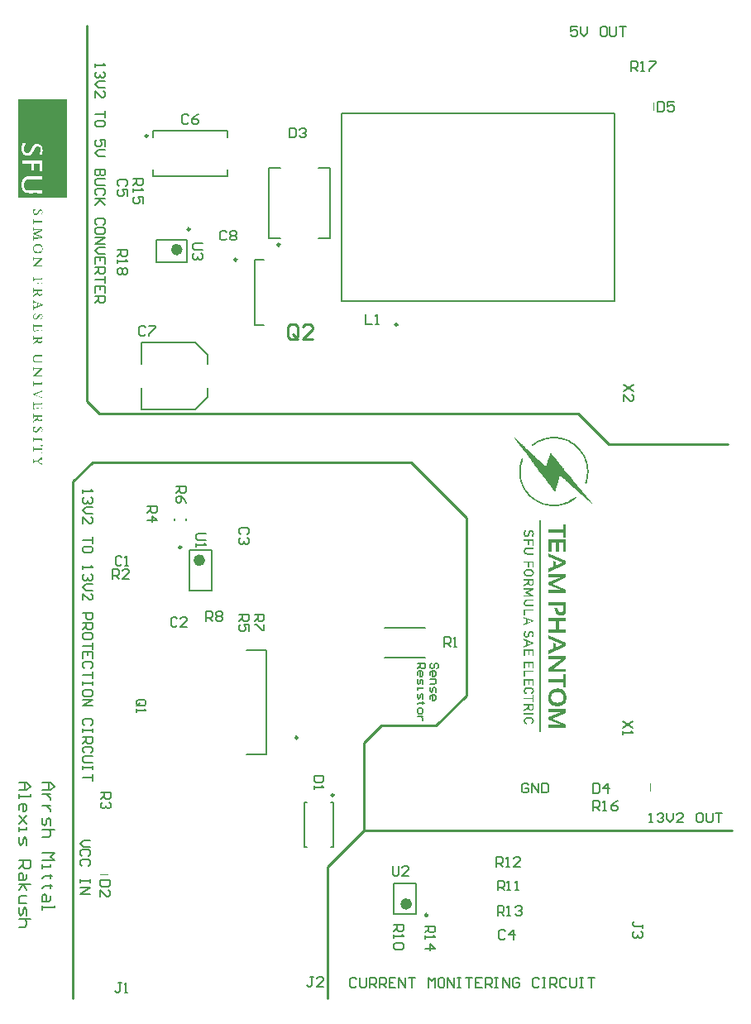
<source format=gto>
G04*
G04 #@! TF.GenerationSoftware,Altium Limited,Altium Designer,18.1.11 (251)*
G04*
G04 Layer_Color=65535*
%FSLAX25Y25*%
%MOIN*%
G70*
G01*
G75*
%ADD10C,0.00984*%
%ADD11C,0.02362*%
%ADD12C,0.00787*%
%ADD13C,0.01000*%
%ADD14C,0.00197*%
%ADD15C,0.00600*%
%ADD16C,0.00591*%
G36*
X322199Y226269D02*
X322483D01*
X322789Y226247D01*
X323117Y226203D01*
X323467Y226181D01*
X324211Y226072D01*
X325020Y225919D01*
X325851Y225700D01*
X325873D01*
X325960Y225678D01*
X326070Y225634D01*
X326223Y225569D01*
X326420Y225503D01*
X326660Y225416D01*
X326923Y225328D01*
X327207Y225219D01*
X327513Y225088D01*
X327841Y224935D01*
X328541Y224585D01*
X329263Y224169D01*
X330007Y223688D01*
X330028Y223666D01*
X330094Y223622D01*
X330203Y223535D01*
X330334Y223426D01*
X330509Y223294D01*
X330684Y223141D01*
X330903Y222944D01*
X331144Y222747D01*
X331406Y222507D01*
X331669Y222266D01*
X332215Y221698D01*
X332762Y221063D01*
X333287Y220386D01*
X333309Y220364D01*
X333353Y220298D01*
X333418Y220189D01*
X333506Y220058D01*
X333615Y219883D01*
X333746Y219664D01*
X333877Y219423D01*
X334031Y219161D01*
X334184Y218877D01*
X334359Y218548D01*
X334687Y217870D01*
X334993Y217105D01*
X335255Y216318D01*
Y216296D01*
X335277Y216230D01*
X335321Y216099D01*
X335365Y215946D01*
X335408Y215749D01*
X335452Y215509D01*
X335518Y215246D01*
X335583Y214940D01*
X335627Y214612D01*
X335693Y214262D01*
X335780Y213496D01*
X335824Y212687D01*
Y211703D01*
X335802Y211594D01*
Y211419D01*
X335780Y211200D01*
X335758Y210960D01*
X335736Y210675D01*
X335693Y210369D01*
X335627Y210041D01*
X335561Y209691D01*
X335408Y208926D01*
X335190Y208117D01*
X334905Y207285D01*
X334315Y207504D01*
Y207526D01*
X334359Y207592D01*
X334402Y207723D01*
X334446Y207876D01*
X334512Y208073D01*
X334577Y208292D01*
X334665Y208554D01*
X334730Y208838D01*
X334818Y209144D01*
X334905Y209494D01*
X335037Y210216D01*
X335146Y211003D01*
X335211Y211834D01*
Y212403D01*
X335190Y212644D01*
Y212906D01*
X335168Y213190D01*
X335124Y213518D01*
X335102Y213846D01*
X334993Y214568D01*
X334840Y215334D01*
X334643Y216121D01*
Y216143D01*
X334621Y216208D01*
X334577Y216318D01*
X334534Y216471D01*
X334468Y216668D01*
X334381Y216864D01*
X334293Y217127D01*
X334184Y217389D01*
X333921Y217980D01*
X333593Y218636D01*
X333221Y219314D01*
X332784Y220014D01*
X332762Y220036D01*
X332718Y220101D01*
X332653Y220189D01*
X332565Y220320D01*
X332434Y220473D01*
X332281Y220648D01*
X332106Y220867D01*
X331909Y221085D01*
X331691Y221326D01*
X331450Y221588D01*
X330925Y222113D01*
X330313Y222638D01*
X329635Y223163D01*
X329613Y223185D01*
X329547Y223229D01*
X329460Y223294D01*
X329307Y223382D01*
X329153Y223491D01*
X328935Y223622D01*
X328716Y223753D01*
X328454Y223907D01*
X328169Y224060D01*
X327863Y224213D01*
X327185Y224541D01*
X326464Y224847D01*
X325676Y225131D01*
X325654D01*
X325589Y225153D01*
X325458Y225197D01*
X325304Y225219D01*
X325129Y225263D01*
X324889Y225328D01*
X324626Y225372D01*
X324342Y225437D01*
X324036Y225481D01*
X323708Y225525D01*
X322964Y225612D01*
X322199Y225678D01*
X321390D01*
X321368D01*
X321302D01*
X321171Y225656D01*
X321018D01*
X320821Y225634D01*
X320602Y225612D01*
X320340Y225569D01*
X320056Y225547D01*
X319749Y225481D01*
X319421Y225437D01*
X318700Y225285D01*
X317934Y225088D01*
X317147Y224825D01*
X317125D01*
X317059Y224781D01*
X316950Y224738D01*
X316797Y224672D01*
X316622Y224606D01*
X316403Y224497D01*
X316163Y224388D01*
X315900Y224257D01*
X315310Y223928D01*
X314676Y223557D01*
X313998Y223097D01*
X313341Y222594D01*
X312904Y223097D01*
X312926Y223119D01*
X312992Y223163D01*
X313101Y223251D01*
X313232Y223338D01*
X313407Y223469D01*
X313604Y223622D01*
X313844Y223775D01*
X314107Y223950D01*
X314391Y224125D01*
X314698Y224322D01*
X315397Y224694D01*
X316141Y225066D01*
X316928Y225394D01*
X316950D01*
X317016Y225437D01*
X317147Y225459D01*
X317300Y225525D01*
X317497Y225591D01*
X317737Y225656D01*
X318000Y225744D01*
X318306Y225809D01*
X318612Y225897D01*
X318962Y225984D01*
X319706Y226115D01*
X320515Y226225D01*
X321368Y226290D01*
X321390D01*
X321477D01*
X321586D01*
X321761D01*
X321958D01*
X322199Y226269D01*
D02*
G37*
G36*
X306190Y226072D02*
X306256Y226028D01*
X306299Y225962D01*
X306321Y225919D01*
X306387Y225831D01*
X306474Y225722D01*
X306562Y225612D01*
X306584Y225591D01*
X306627Y225569D01*
X306693Y225503D01*
X306781Y225416D01*
X306890Y225306D01*
X307021Y225175D01*
X307349Y224891D01*
X307743Y224519D01*
X308158Y224125D01*
X308618Y223688D01*
X309099Y223251D01*
X309121Y223229D01*
X309164Y223207D01*
X309230Y223141D01*
X309317Y223054D01*
X309427Y222944D01*
X309558Y222813D01*
X309886Y222507D01*
X310258Y222157D01*
X310695Y221763D01*
X311133Y221348D01*
X311614Y220910D01*
X311636Y220889D01*
X311679Y220867D01*
X311745Y220801D01*
X311832Y220714D01*
X311942Y220604D01*
X312073Y220473D01*
X312401Y220189D01*
X312795Y219817D01*
X313210Y219423D01*
X313670Y218986D01*
X314129Y218548D01*
X314151Y218527D01*
X314194Y218505D01*
X314260Y218439D01*
X314348Y218352D01*
X314457Y218242D01*
X314588Y218111D01*
X314916Y217805D01*
X315310Y217455D01*
X315725Y217061D01*
X316185Y216646D01*
X316666Y216208D01*
X316688Y216186D01*
X316753Y216121D01*
X316841Y216033D01*
X316972Y215924D01*
X317103Y215771D01*
X317278Y215618D01*
X317628Y215290D01*
X317650Y215268D01*
X317716Y215202D01*
X317803Y215115D01*
X317934Y215005D01*
X318109Y214874D01*
X318284Y214721D01*
X318700Y214393D01*
Y214415D01*
X318722Y214459D01*
X318743Y214524D01*
X318787Y214634D01*
X318831Y214765D01*
X318875Y214918D01*
X319006Y215268D01*
X319137Y215705D01*
X319290Y216165D01*
X319465Y216668D01*
X319640Y217193D01*
Y217214D01*
X319662Y217258D01*
X319684Y217324D01*
X319728Y217433D01*
X319771Y217543D01*
X319815Y217696D01*
X319924Y218045D01*
X320077Y218461D01*
X320231Y218942D01*
X320427Y219467D01*
X320602Y219992D01*
X320624Y219970D01*
X320690Y219883D01*
X320821Y219729D01*
X320974Y219533D01*
X321149Y219314D01*
X321390Y219030D01*
X321630Y218702D01*
X321915Y218352D01*
X322221Y217980D01*
X322571Y217564D01*
X322899Y217127D01*
X323271Y216689D01*
X324036Y215749D01*
X324801Y214787D01*
X324823Y214765D01*
X324889Y214678D01*
X325020Y214524D01*
X325173Y214349D01*
X325348Y214109D01*
X325567Y213825D01*
X325829Y213518D01*
X326114Y213169D01*
X326420Y212797D01*
X326748Y212403D01*
X327098Y211966D01*
X327469Y211528D01*
X328213Y210610D01*
X329000Y209647D01*
X329022Y209626D01*
X329088Y209538D01*
X329219Y209385D01*
X329372Y209210D01*
X329547Y208969D01*
X329788Y208685D01*
X330028Y208379D01*
X330313Y208029D01*
X330619Y207657D01*
X330969Y207264D01*
X331297Y206826D01*
X331669Y206389D01*
X332434Y205470D01*
X333200Y204508D01*
X333221Y204486D01*
X333287Y204399D01*
X333418Y204245D01*
X333571Y204071D01*
X333746Y203830D01*
X333965Y203568D01*
X334227Y203261D01*
X334512Y202911D01*
X334818Y202540D01*
X335146Y202146D01*
X335496Y201730D01*
X335868Y201271D01*
X336611Y200353D01*
X337399Y199390D01*
X337355D01*
X337267Y199369D01*
X337245Y199347D01*
X337202Y199325D01*
X337180Y199347D01*
X337136Y199390D01*
X337049Y199456D01*
X336917Y199565D01*
X336786Y199697D01*
X336611Y199850D01*
X336414Y200025D01*
X336196Y200200D01*
X335715Y200637D01*
X335168Y201118D01*
X334577Y201643D01*
X333965Y202190D01*
X333943Y202212D01*
X333899Y202255D01*
X333812Y202321D01*
X333681Y202430D01*
X333549Y202561D01*
X333374Y202715D01*
X333178Y202890D01*
X332959Y203086D01*
X332478Y203524D01*
X331931Y204005D01*
X331362Y204530D01*
X330750Y205055D01*
X330728Y205077D01*
X330684Y205120D01*
X330597Y205186D01*
X330466Y205295D01*
X330334Y205427D01*
X330159Y205580D01*
X329963Y205754D01*
X329744Y205951D01*
X329263Y206389D01*
X328716Y206870D01*
X328126Y207417D01*
X327513Y207963D01*
X327491Y207985D01*
X327448Y208029D01*
X327360Y208117D01*
X327229Y208204D01*
X327098Y208335D01*
X326923Y208488D01*
X326726Y208685D01*
X326507Y208860D01*
X326004Y209319D01*
X325458Y209801D01*
X324867Y210347D01*
X324255Y210894D01*
Y210872D01*
X324233Y210806D01*
X324211Y210719D01*
X324167Y210588D01*
X324145Y210435D01*
X324080Y210260D01*
X324036Y210041D01*
X323970Y209822D01*
X323839Y209297D01*
X323664Y208729D01*
X323511Y208117D01*
X323336Y207482D01*
Y207460D01*
X323314Y207395D01*
X323292Y207307D01*
X323271Y207198D01*
X323227Y207023D01*
X323183Y206848D01*
X323117Y206651D01*
X323052Y206411D01*
X322921Y205886D01*
X322767Y205295D01*
X322614Y204683D01*
X322439Y204027D01*
X322418Y204071D01*
X322330Y204180D01*
X322221Y204311D01*
X322111Y204464D01*
X322090Y204508D01*
X322024Y204595D01*
X321915Y204705D01*
X321805Y204858D01*
X321783Y204880D01*
X321718Y204967D01*
X321608Y205120D01*
X321477Y205295D01*
X321302Y205536D01*
X321083Y205820D01*
X320843Y206126D01*
X320581Y206476D01*
X320296Y206848D01*
X319990Y207242D01*
X319684Y207679D01*
X319334Y208117D01*
X318634Y209057D01*
X317912Y210019D01*
X317891Y210041D01*
X317825Y210128D01*
X317716Y210282D01*
X317584Y210457D01*
X317409Y210697D01*
X317191Y210960D01*
X316972Y211266D01*
X316709Y211616D01*
X316425Y211987D01*
X316119Y212403D01*
X315813Y212819D01*
X315463Y213256D01*
X314763Y214196D01*
X314041Y215159D01*
X314019Y215180D01*
X313954Y215268D01*
X313844Y215421D01*
X313713Y215596D01*
X313538Y215837D01*
X313320Y216099D01*
X313101Y216427D01*
X312839Y216777D01*
X312554Y217149D01*
X312248Y217543D01*
X311942Y217980D01*
X311592Y218417D01*
X310892Y219336D01*
X310170Y220298D01*
X310149Y220320D01*
X310083Y220407D01*
X309974Y220561D01*
X309842Y220736D01*
X309667Y220976D01*
X309449Y221260D01*
X309230Y221567D01*
X308967Y221917D01*
X308683Y222288D01*
X308377Y222682D01*
X308049Y223119D01*
X307721Y223557D01*
X307043Y224497D01*
X306321Y225459D01*
X306299Y225481D01*
X306234Y225569D01*
X306146Y225678D01*
X306015Y225809D01*
X305993Y225831D01*
X305928Y225919D01*
X305906Y226006D01*
X305928Y226050D01*
X305971Y226072D01*
X306015D01*
X306081Y226094D01*
X306190Y226072D01*
D02*
G37*
G36*
X309558Y217499D02*
Y217477D01*
X309514Y217389D01*
X309471Y217280D01*
X309405Y217127D01*
X309339Y216930D01*
X309252Y216689D01*
X309164Y216427D01*
X309077Y216121D01*
X308989Y215793D01*
X308902Y215443D01*
X308727Y214699D01*
X308596Y213890D01*
X308508Y213059D01*
Y212687D01*
X308486Y212469D01*
X308508Y212250D01*
Y211681D01*
X308530Y211353D01*
X308574Y211025D01*
X308640Y210282D01*
X308771Y209494D01*
X308967Y208707D01*
Y208685D01*
X308989Y208619D01*
X309033Y208488D01*
X309077Y208335D01*
X309142Y208160D01*
X309230Y207942D01*
X309317Y207679D01*
X309427Y207417D01*
X309711Y206804D01*
X310039Y206126D01*
X310411Y205427D01*
X310870Y204727D01*
X310892Y204705D01*
X310936Y204639D01*
X311001Y204552D01*
X311089Y204420D01*
X311220Y204245D01*
X311373Y204071D01*
X311548Y203852D01*
X311745Y203633D01*
X311964Y203393D01*
X312204Y203130D01*
X312751Y202583D01*
X313363Y202037D01*
X314041Y201512D01*
X314063Y201490D01*
X314129Y201446D01*
X314238Y201380D01*
X314369Y201293D01*
X314544Y201162D01*
X314763Y201031D01*
X315004Y200899D01*
X315266Y200724D01*
X315550Y200571D01*
X315878Y200396D01*
X316578Y200068D01*
X317322Y199762D01*
X318131Y199500D01*
X318153D01*
X318240Y199478D01*
X318350Y199434D01*
X318503Y199412D01*
X318700Y199347D01*
X318940Y199303D01*
X319203Y199259D01*
X319509Y199194D01*
X319815Y199150D01*
X320165Y199084D01*
X320908Y199019D01*
X321696Y198975D01*
X322505D01*
X322527D01*
X322614D01*
X322724Y198997D01*
X322877D01*
X323074Y199019D01*
X323314Y199062D01*
X323577Y199084D01*
X323861Y199128D01*
X324189Y199194D01*
X324517Y199259D01*
X325239Y199412D01*
X326026Y199631D01*
X326813Y199915D01*
X326835D01*
X326901Y199959D01*
X327010Y200003D01*
X327163Y200068D01*
X327360Y200156D01*
X327557Y200243D01*
X327798Y200375D01*
X328082Y200506D01*
X328672Y200856D01*
X329307Y201271D01*
X329985Y201752D01*
X330663Y202299D01*
X331078Y201818D01*
X331056Y201796D01*
X330991Y201752D01*
X330903Y201665D01*
X330772Y201555D01*
X330597Y201424D01*
X330400Y201271D01*
X330181Y201118D01*
X329941Y200921D01*
X329657Y200746D01*
X329350Y200550D01*
X328672Y200134D01*
X327929Y199740D01*
X327141Y199390D01*
X327120D01*
X327054Y199347D01*
X326923Y199303D01*
X326770Y199237D01*
X326573Y199172D01*
X326332Y199106D01*
X326048Y199019D01*
X325764Y198931D01*
X325414Y198844D01*
X325064Y198734D01*
X324298Y198581D01*
X323467Y198450D01*
X322592Y198363D01*
X322571D01*
X322483D01*
X322352D01*
X322199D01*
X321980D01*
X321718D01*
X321433Y198384D01*
X321127D01*
X320777Y198428D01*
X320406Y198450D01*
X319618Y198559D01*
X318787Y198712D01*
X317912Y198931D01*
X317891D01*
X317803Y198953D01*
X317694Y198997D01*
X317519Y199062D01*
X317322Y199128D01*
X317081Y199215D01*
X316819Y199325D01*
X316513Y199434D01*
X316207Y199565D01*
X315878Y199718D01*
X315157Y200068D01*
X314413Y200506D01*
X313670Y200987D01*
X313648Y201009D01*
X313582Y201052D01*
X313473Y201118D01*
X313341Y201227D01*
X313188Y201359D01*
X312992Y201534D01*
X312773Y201709D01*
X312532Y201927D01*
X312292Y202146D01*
X312007Y202408D01*
X311461Y202977D01*
X310914Y203633D01*
X310367Y204333D01*
X310345Y204355D01*
X310302Y204420D01*
X310236Y204530D01*
X310149Y204683D01*
X310039Y204858D01*
X309908Y205077D01*
X309755Y205317D01*
X309602Y205602D01*
X309449Y205908D01*
X309296Y206236D01*
X309121Y206586D01*
X308946Y206957D01*
X308640Y207745D01*
X308377Y208598D01*
Y208641D01*
X308333Y208751D01*
X308290Y208948D01*
X308246Y209188D01*
X308180Y209472D01*
X308115Y209779D01*
X308005Y210457D01*
Y210500D01*
X307983Y210610D01*
X307962Y210806D01*
X307940Y211025D01*
X307918Y211310D01*
X307896Y211638D01*
X307874Y211987D01*
Y212709D01*
X307896Y212840D01*
X307918Y213190D01*
X307940Y213606D01*
X307983Y214087D01*
X308049Y214568D01*
X308137Y215093D01*
Y215115D01*
X308158Y215159D01*
Y215224D01*
X308180Y215334D01*
X308224Y215443D01*
X308246Y215596D01*
X308355Y215924D01*
X308465Y216340D01*
X308618Y216777D01*
X308771Y217258D01*
X308967Y217739D01*
X309558Y217499D01*
D02*
G37*
G36*
X310761Y188455D02*
X310717Y188412D01*
X310630Y188324D01*
X310520Y188171D01*
X310433Y187974D01*
Y187952D01*
X310411Y187931D01*
Y187865D01*
X310389Y187777D01*
X310367Y187559D01*
X310345Y187318D01*
Y187187D01*
X310367Y187099D01*
X310411Y186903D01*
X310476Y186728D01*
X310498Y186706D01*
X310586Y186618D01*
X310717Y186553D01*
X310914Y186531D01*
X310958D01*
X311045Y186553D01*
X311155Y186574D01*
X311264Y186662D01*
X311286Y186684D01*
X311330Y186749D01*
X311395Y186881D01*
X311461Y187056D01*
Y187340D01*
X311483Y187406D01*
X311504Y187493D01*
X311526Y187602D01*
Y187646D01*
X311548Y187756D01*
X311592Y187887D01*
X311658Y188062D01*
X311679Y188084D01*
X311723Y188171D01*
X311811Y188302D01*
X311920Y188412D01*
X311942Y188434D01*
X312029Y188477D01*
X312117Y188543D01*
X312248Y188609D01*
X312292D01*
X312379Y188630D01*
X312510Y188652D01*
X312664Y188674D01*
X312685D01*
X312707D01*
X312839Y188652D01*
X312992Y188630D01*
X313145Y188587D01*
X313188Y188565D01*
X313276Y188521D01*
X313385Y188434D01*
X313516Y188302D01*
X313538Y188280D01*
X313604Y188193D01*
X313670Y188062D01*
X313735Y187909D01*
Y187887D01*
X313757Y187865D01*
X313779Y187756D01*
X313801Y187581D01*
X313823Y187362D01*
Y187209D01*
X313801Y187121D01*
X313779Y186881D01*
X313713Y186640D01*
Y186618D01*
X313691Y186574D01*
X313670Y186531D01*
X313648Y186443D01*
X313538Y186247D01*
X313429Y186028D01*
X312904Y186378D01*
X312926Y186422D01*
X312992Y186509D01*
X313057Y186662D01*
X313123Y186859D01*
Y186881D01*
X313145Y186903D01*
X313167Y187012D01*
X313210Y187187D01*
X313254Y187384D01*
Y187471D01*
X313232Y187559D01*
X313188Y187646D01*
Y187668D01*
X313167Y187712D01*
X313101Y187843D01*
X313079Y187865D01*
X313057Y187887D01*
X312992Y187952D01*
X312904Y187996D01*
X312882D01*
X312839Y188018D01*
X312751Y188040D01*
X312664Y188062D01*
X312642D01*
X312620D01*
X312489Y188018D01*
X312467D01*
X312445Y187996D01*
X312314Y187909D01*
Y187887D01*
X312292Y187865D01*
X312204Y187734D01*
Y187712D01*
X312182Y187668D01*
X312160Y187581D01*
X312139Y187471D01*
Y187449D01*
X312117Y187406D01*
X312095Y187274D01*
Y187209D01*
X312073Y187121D01*
Y186968D01*
X312051Y186859D01*
X312007Y186706D01*
X311942Y186531D01*
X311920Y186487D01*
X311876Y186400D01*
X311789Y186290D01*
X311679Y186181D01*
X311658Y186159D01*
X311570Y186093D01*
X311439Y186028D01*
X311308Y185984D01*
X311286Y185962D01*
X311198Y185940D01*
X311067Y185918D01*
X310914D01*
X310892D01*
X310826D01*
X310717Y185940D01*
X310586Y185962D01*
X310433Y186028D01*
X310280Y186093D01*
X310149Y186181D01*
X310017Y186290D01*
X309995Y186312D01*
X309974Y186356D01*
X309930Y186443D01*
X309886Y186553D01*
X309820Y186684D01*
X309777Y186881D01*
X309755Y187078D01*
X309733Y187318D01*
Y187493D01*
X309755Y187602D01*
X309799Y187865D01*
X309864Y188171D01*
Y188193D01*
X309886Y188237D01*
X309930Y188302D01*
X309974Y188412D01*
X310105Y188630D01*
X310302Y188893D01*
X310761Y188455D01*
D02*
G37*
G36*
X326813Y185634D02*
X325676D01*
Y187690D01*
X319684D01*
Y189024D01*
X325676D01*
Y191080D01*
X326813D01*
Y185634D01*
D02*
G37*
G36*
X313801Y182397D02*
X313254D01*
Y184366D01*
X312051D01*
Y182682D01*
X311483D01*
Y184366D01*
X309777D01*
Y184978D01*
X313801D01*
Y182397D01*
D02*
G37*
G36*
X326813Y180014D02*
X325676D01*
Y183578D01*
X323861D01*
Y180167D01*
X322680D01*
Y183600D01*
X320821D01*
Y179948D01*
X319684D01*
Y184891D01*
X326813D01*
Y180014D01*
D02*
G37*
G36*
X313801Y181107D02*
X311220D01*
X311176D01*
X311089D01*
X310980Y181085D01*
X310848Y181063D01*
X310826Y181041D01*
X310761Y181020D01*
X310673Y180954D01*
X310564Y180867D01*
X310542Y180845D01*
X310498Y180779D01*
X310455Y180692D01*
X310389Y180604D01*
Y180582D01*
X310367Y180517D01*
X310345Y180407D01*
Y180167D01*
X310367Y180079D01*
X310389Y179970D01*
X310411Y179948D01*
X310433Y179882D01*
X310564Y179707D01*
X310586Y179685D01*
X310651Y179642D01*
X310739Y179576D01*
X310848Y179510D01*
X310870Y179489D01*
X310958Y179467D01*
X311067Y179445D01*
X311220D01*
X313801D01*
Y178833D01*
X311133D01*
X311111D01*
X311089D01*
X310958Y178854D01*
X310761Y178876D01*
X310564Y178942D01*
X310520Y178964D01*
X310411Y179029D01*
X310280Y179117D01*
X310105Y179270D01*
X310083Y179292D01*
X309995Y179379D01*
X309908Y179532D01*
X309820Y179707D01*
Y179729D01*
X309799Y179751D01*
X309777Y179882D01*
X309755Y180057D01*
X309733Y180276D01*
Y180320D01*
X309755Y180451D01*
X309777Y180648D01*
X309820Y180845D01*
X309842Y180888D01*
X309908Y180998D01*
X309995Y181129D01*
X310105Y181304D01*
X310149Y181348D01*
X310236Y181435D01*
X310389Y181544D01*
X310564Y181632D01*
X310586D01*
X310608Y181654D01*
X310739Y181676D01*
X310914Y181697D01*
X311133Y181719D01*
X313801D01*
Y181107D01*
D02*
G37*
G36*
X326813Y176296D02*
Y174874D01*
X319684Y171769D01*
Y173212D01*
X321608Y173999D01*
Y176383D01*
X322746Y175946D01*
Y174502D01*
X325458Y175618D01*
X319684Y177980D01*
Y179336D01*
X326813Y176296D01*
D02*
G37*
G36*
X313801Y173540D02*
X313254D01*
Y175508D01*
X312051D01*
Y173824D01*
X311483D01*
Y175508D01*
X309777D01*
Y176121D01*
X313801D01*
Y173540D01*
D02*
G37*
G36*
X312489Y172906D02*
X312620D01*
X312729D01*
X312751D01*
X312795Y172884D01*
X312926Y172840D01*
X312948D01*
X312992Y172818D01*
X313123Y172753D01*
X313145Y172731D01*
X313210Y172709D01*
X313298Y172643D01*
X313385Y172578D01*
X313407Y172556D01*
X313473Y172490D01*
X313538Y172403D01*
X313604Y172293D01*
X313626Y172272D01*
X313670Y172184D01*
X313735Y172075D01*
X313779Y171943D01*
Y171900D01*
X313801Y171812D01*
X313823Y171659D01*
Y171331D01*
X313801Y171200D01*
X313779Y171047D01*
Y171003D01*
X313735Y170938D01*
X313691Y170806D01*
X313604Y170697D01*
X313582Y170675D01*
X313538Y170609D01*
X313473Y170522D01*
X313385Y170413D01*
X313363Y170391D01*
X313298Y170347D01*
X313210Y170281D01*
X313123Y170216D01*
X313101D01*
X313057Y170194D01*
X312926Y170150D01*
X312904D01*
X312860Y170128D01*
X312729Y170063D01*
X312707D01*
X312642D01*
X312510D01*
X312357D01*
X312314D01*
X312204Y170041D01*
X312029D01*
X311811D01*
X311789D01*
X311745D01*
X311679D01*
X311592D01*
X311395D01*
X311198Y170063D01*
X311155D01*
X311067D01*
X310958D01*
X310848D01*
X310826D01*
X310783Y170085D01*
X310630Y170150D01*
X310608D01*
X310586Y170172D01*
X310455Y170216D01*
X310433Y170238D01*
X310367Y170259D01*
X310280Y170325D01*
X310192Y170413D01*
X310170Y170434D01*
X310127Y170500D01*
X310039Y170588D01*
X309952Y170697D01*
X309930Y170719D01*
X309908Y170806D01*
X309842Y170916D01*
X309799Y171047D01*
Y171091D01*
X309777Y171178D01*
X309755Y171309D01*
X309733Y171484D01*
Y171637D01*
X309755Y171769D01*
X309799Y171943D01*
X309820Y171965D01*
X309842Y172053D01*
X309886Y172184D01*
X309952Y172293D01*
X309974Y172315D01*
X310039Y172381D01*
X310105Y172468D01*
X310192Y172578D01*
X310214Y172600D01*
X310280Y172643D01*
X310367Y172687D01*
X310455Y172753D01*
X310476Y172775D01*
X310542Y172796D01*
X310564D01*
X310586Y172818D01*
X310630Y172840D01*
X310651D01*
X310717Y172862D01*
X310739D01*
X310761D01*
X310848Y172906D01*
X310870D01*
X310936D01*
X311045D01*
X311198Y172928D01*
X311220D01*
X311242D01*
X311373D01*
X311548D01*
X311811D01*
X311832D01*
X311876D01*
X312007D01*
X312182D01*
X312357D01*
X312379D01*
X312401D01*
X312489Y172906D01*
D02*
G37*
G36*
X313801Y167307D02*
X313779Y167176D01*
X313735Y167023D01*
X313713Y166979D01*
X313691Y166892D01*
X313626Y166760D01*
X313560Y166629D01*
X313538Y166607D01*
X313451Y166520D01*
X313341Y166454D01*
X313188Y166367D01*
X313145Y166345D01*
X313035Y166301D01*
X312882Y166257D01*
X312685Y166235D01*
X312664D01*
X312620D01*
X312532D01*
X312445Y166257D01*
X312226Y166323D01*
X311986Y166432D01*
X311964D01*
X311942Y166476D01*
X311832Y166585D01*
X311679Y166760D01*
X311548Y167023D01*
X309777Y166082D01*
Y166804D01*
X311483Y167635D01*
Y168444D01*
X309777D01*
Y169057D01*
X313801D01*
Y167307D01*
D02*
G37*
G36*
X326813Y169516D02*
X321390Y167110D01*
X326813Y164726D01*
Y163392D01*
X319684D01*
Y164639D01*
X324626D01*
X319684Y166563D01*
Y167701D01*
X324626Y169669D01*
X319684D01*
Y170894D01*
X326813D01*
Y169516D01*
D02*
G37*
G36*
X313801Y164726D02*
X311176Y163545D01*
X313801Y162408D01*
Y161840D01*
X309777D01*
Y162452D01*
X312292D01*
Y162474D01*
X310345Y163305D01*
Y163830D01*
X312292Y164661D01*
Y164683D01*
X309777D01*
Y165295D01*
X313801D01*
Y164726D01*
D02*
G37*
G36*
Y160178D02*
X311220D01*
X311176D01*
X311089D01*
X310980Y160156D01*
X310848Y160112D01*
X310826Y160090D01*
X310761Y160068D01*
X310673Y160003D01*
X310564Y159915D01*
X310542Y159893D01*
X310498Y159849D01*
X310455Y159762D01*
X310389Y159675D01*
Y159653D01*
X310367Y159565D01*
X310345Y159478D01*
Y159237D01*
X310367Y159106D01*
X310389Y158996D01*
X310411Y158975D01*
X310433Y158909D01*
X310498Y158821D01*
X310564Y158756D01*
X310586Y158734D01*
X310651Y158690D01*
X310739Y158625D01*
X310848Y158581D01*
X310870Y158559D01*
X310958Y158537D01*
X311067Y158515D01*
X311220D01*
X313801D01*
Y157903D01*
X311133D01*
X311111D01*
X311089D01*
X310958Y157925D01*
X310761Y157947D01*
X310564Y158012D01*
X310520Y158034D01*
X310411Y158078D01*
X310280Y158187D01*
X310105Y158318D01*
X310083Y158362D01*
X309995Y158450D01*
X309908Y158603D01*
X309820Y158778D01*
Y158800D01*
X309799Y158821D01*
X309777Y158953D01*
X309755Y159128D01*
X309733Y159346D01*
Y159390D01*
X309755Y159521D01*
X309777Y159696D01*
X309820Y159893D01*
X309842Y159937D01*
X309908Y160046D01*
X309995Y160178D01*
X310105Y160352D01*
X310149Y160396D01*
X310236Y160484D01*
X310389Y160593D01*
X310564Y160680D01*
X310586D01*
X310608Y160702D01*
X310739Y160724D01*
X310914Y160768D01*
X311133Y160790D01*
X313801D01*
Y160178D01*
D02*
G37*
G36*
X326813Y156263D02*
X326792Y156066D01*
X326748Y155825D01*
X326682Y155563D01*
X326595Y155300D01*
X326464Y155038D01*
X326289Y154819D01*
X326267Y154797D01*
X326201Y154732D01*
X326070Y154644D01*
X325917Y154535D01*
X325698Y154447D01*
X325436Y154360D01*
X325129Y154294D01*
X324780Y154273D01*
X324758D01*
X324736D01*
X324605Y154294D01*
X324408Y154316D01*
X324167Y154360D01*
X323883Y154469D01*
X323599Y154601D01*
X323292Y154776D01*
X323030Y155038D01*
X323008Y155082D01*
X322921Y155169D01*
X322811Y155344D01*
X322680Y155585D01*
X322527Y155913D01*
X322374Y156285D01*
X322243Y156744D01*
X322133Y157269D01*
X323336Y157466D01*
Y157422D01*
X323358Y157313D01*
X323402Y157159D01*
X323467Y156963D01*
X323620Y156525D01*
X323708Y156307D01*
X323839Y156110D01*
X323861Y156088D01*
X323905Y156044D01*
X323970Y155956D01*
X324080Y155869D01*
X324211Y155804D01*
X324386Y155716D01*
X324561Y155672D01*
X324758Y155650D01*
X324780D01*
X324823D01*
X324911Y155672D01*
X325020D01*
X325239Y155760D01*
X325326Y155804D01*
X325414Y155891D01*
X325458Y155935D01*
X325523Y156044D01*
X325589Y156263D01*
X325633Y156547D01*
Y158318D01*
X319684D01*
Y159653D01*
X326813D01*
Y156263D01*
D02*
G37*
G36*
X313801Y156241D02*
X310345D01*
Y154229D01*
X309777D01*
Y156809D01*
X313801D01*
Y156241D01*
D02*
G37*
G36*
Y152326D02*
Y151845D01*
X309777Y150358D01*
Y151014D01*
X310651Y151320D01*
Y152851D01*
X309777Y153157D01*
Y153813D01*
X313801Y152326D01*
D02*
G37*
G36*
X326813Y152086D02*
X323861D01*
Y148543D01*
X326813D01*
Y147230D01*
X319684D01*
Y148543D01*
X322724D01*
Y152086D01*
X319684D01*
Y153398D01*
X326813D01*
Y152086D01*
D02*
G37*
G36*
X310761Y147930D02*
Y147908D01*
X310717Y147887D01*
X310630Y147777D01*
X310520Y147602D01*
X310433Y147405D01*
Y147383D01*
X310411Y147362D01*
X310389Y147230D01*
X310367Y147034D01*
X310345Y146793D01*
Y146662D01*
X310367Y146574D01*
X310411Y146378D01*
X310476Y146203D01*
X310498Y146159D01*
X310586Y146093D01*
X310717Y146028D01*
X310914Y145984D01*
X310958D01*
X311045Y146006D01*
X311155Y146028D01*
X311264Y146115D01*
X311286Y146137D01*
X311330Y146203D01*
X311395Y146334D01*
X311461Y146509D01*
Y146815D01*
X311483Y146880D01*
X311526Y147034D01*
Y147077D01*
X311548Y147208D01*
X311592Y147362D01*
X311658Y147515D01*
X311679Y147537D01*
X311723Y147624D01*
X311811Y147733D01*
X311920Y147843D01*
X311942Y147865D01*
X312029Y147930D01*
X312117Y147996D01*
X312248Y148062D01*
X312292D01*
X312379Y148083D01*
X312510Y148105D01*
X312664D01*
X312685D01*
X312707D01*
X312839D01*
X312992Y148083D01*
X313145Y148040D01*
X313188Y148018D01*
X313276Y147974D01*
X313385Y147887D01*
X313516Y147777D01*
X313538Y147733D01*
X313604Y147646D01*
X313670Y147515D01*
X313735Y147362D01*
Y147340D01*
X313757Y147318D01*
X313779Y147208D01*
X313801Y147012D01*
X313823Y146793D01*
Y146662D01*
X313801Y146574D01*
X313779Y146356D01*
X313713Y146115D01*
Y146093D01*
X313691Y146049D01*
X313670Y146006D01*
X313648Y145918D01*
X313538Y145721D01*
X313429Y145503D01*
X312904Y145831D01*
X312926Y145875D01*
X312992Y145962D01*
X313057Y146115D01*
X313123Y146312D01*
Y146334D01*
X313145Y146356D01*
X313167Y146465D01*
X313210Y146640D01*
X313254Y146815D01*
Y146902D01*
X313232Y146990D01*
X313188Y147099D01*
Y147121D01*
X313167Y147165D01*
X313101Y147318D01*
X313079Y147340D01*
X313057Y147362D01*
X312992Y147405D01*
X312904Y147449D01*
X312882D01*
X312839Y147471D01*
X312751Y147493D01*
X312664D01*
X312642D01*
X312620D01*
X312489Y147471D01*
X312467D01*
X312445Y147449D01*
X312314Y147383D01*
Y147362D01*
X312292Y147340D01*
X312204Y147208D01*
Y147187D01*
X312182Y147143D01*
X312160Y147055D01*
X312139Y146946D01*
Y146924D01*
X312117Y146880D01*
X312095Y146749D01*
Y146684D01*
X312073Y146596D01*
Y146443D01*
X312051Y146312D01*
X312007Y146159D01*
X311942Y146006D01*
X311920Y145962D01*
X311876Y145875D01*
X311789Y145765D01*
X311679Y145656D01*
X311658Y145634D01*
X311570Y145568D01*
X311439Y145503D01*
X311308Y145437D01*
X311286Y145415D01*
X311198Y145393D01*
X311067Y145371D01*
X310914D01*
X310892D01*
X310826D01*
X310717Y145393D01*
X310586Y145415D01*
X310433Y145459D01*
X310280Y145525D01*
X310149Y145612D01*
X310017Y145743D01*
X309995Y145765D01*
X309974Y145809D01*
X309930Y145896D01*
X309886Y146006D01*
X309820Y146159D01*
X309777Y146334D01*
X309755Y146552D01*
X309733Y146793D01*
Y146968D01*
X309755Y147077D01*
X309799Y147340D01*
X309864Y147646D01*
Y147668D01*
X309886Y147712D01*
X309930Y147777D01*
X309974Y147865D01*
X310105Y148083D01*
X310302Y148324D01*
X310761Y147930D01*
D02*
G37*
G36*
X326813Y143316D02*
Y141894D01*
X319684Y138789D01*
Y140210D01*
X321608Y141041D01*
Y143403D01*
X322746Y142944D01*
Y141500D01*
X325458Y142638D01*
X319684Y145000D01*
Y146356D01*
X326813Y143316D01*
D02*
G37*
G36*
X313801Y143381D02*
Y142878D01*
X309777Y141413D01*
Y142047D01*
X310651Y142353D01*
Y143906D01*
X309777Y144212D01*
Y144847D01*
X313801Y143381D01*
D02*
G37*
G36*
Y138111D02*
X313254D01*
Y140079D01*
X312073D01*
Y138395D01*
X311526D01*
Y140079D01*
X310345D01*
Y138111D01*
X309777D01*
Y140691D01*
X313801D01*
Y138111D01*
D02*
G37*
G36*
Y133015D02*
X313254D01*
Y134983D01*
X312073D01*
Y133299D01*
X311526D01*
Y134983D01*
X310345D01*
Y133015D01*
X309777D01*
Y135596D01*
X313801D01*
Y133015D01*
D02*
G37*
G36*
X326813Y136602D02*
X321608Y132818D01*
X326813D01*
Y131528D01*
X319684D01*
Y132884D01*
X324955Y136645D01*
X319684D01*
Y137936D01*
X326813D01*
Y136602D01*
D02*
G37*
G36*
X313801Y131528D02*
X310345D01*
Y129560D01*
X309777D01*
Y132162D01*
X313801D01*
Y131528D01*
D02*
G37*
G36*
Y126126D02*
X313254D01*
Y128094D01*
X312073D01*
Y126410D01*
X311526D01*
Y128094D01*
X310345D01*
Y126126D01*
X309777D01*
Y128707D01*
X313801D01*
Y126126D01*
D02*
G37*
G36*
X326813Y125382D02*
X325676D01*
Y127416D01*
X319684D01*
Y128728D01*
X325676D01*
Y130806D01*
X326813D01*
Y125382D01*
D02*
G37*
G36*
X312729Y125360D02*
X312751D01*
X312795Y125339D01*
X312926Y125295D01*
X312948D01*
X312992Y125273D01*
X313123Y125229D01*
X313145Y125207D01*
X313210Y125164D01*
X313298Y125098D01*
X313385Y125032D01*
X313407Y125011D01*
X313473Y124945D01*
X313538Y124857D01*
X313604Y124748D01*
X313626Y124726D01*
X313670Y124639D01*
X313735Y124529D01*
X313779Y124398D01*
Y124354D01*
X313801Y124267D01*
X313823Y124114D01*
Y123764D01*
X313779Y123589D01*
X313735Y123414D01*
Y123392D01*
X313713Y123370D01*
X313691Y123261D01*
X313604Y123130D01*
X313495Y122977D01*
X313473Y122955D01*
X313385Y122867D01*
X313276Y122780D01*
X313123Y122692D01*
X313079Y122670D01*
X312970Y122627D01*
X312817Y122561D01*
X312620Y122517D01*
Y123173D01*
X312642D01*
X312707Y123195D01*
X312773Y123217D01*
X312860Y123283D01*
X312882Y123305D01*
X312926Y123327D01*
X313057Y123458D01*
X313079Y123480D01*
X313101Y123523D01*
X313145Y123589D01*
X313167Y123676D01*
Y123698D01*
X313188Y123742D01*
X313232Y123829D01*
X313254Y123939D01*
Y123961D01*
X313232Y124004D01*
X313188Y124158D01*
Y124201D01*
X313145Y124311D01*
Y124332D01*
X313123Y124354D01*
X313035Y124464D01*
X313014Y124507D01*
X312948Y124595D01*
X312926D01*
X312904Y124617D01*
X312773Y124682D01*
X312751D01*
X312729Y124704D01*
X312598Y124748D01*
X312576D01*
X312532D01*
X312423Y124770D01*
X312292D01*
X312248D01*
X312160D01*
X312007D01*
X311811D01*
X311789D01*
X311767D01*
X311614D01*
X311461D01*
X311286D01*
X311264D01*
X311176D01*
X311067D01*
X310980Y124748D01*
X310958D01*
X310914Y124726D01*
X310783Y124682D01*
X310761D01*
X310739Y124661D01*
X310630Y124595D01*
Y124573D01*
X310586Y124551D01*
X310520Y124464D01*
Y124442D01*
X310498Y124420D01*
X310455Y124311D01*
Y124289D01*
X310411Y124267D01*
X310367Y124158D01*
Y124092D01*
X310345Y124026D01*
Y123895D01*
X310367Y123786D01*
X310411Y123655D01*
X310476Y123502D01*
X310498Y123458D01*
X310586Y123392D01*
X310717Y123283D01*
X310914Y123173D01*
Y122517D01*
X310892D01*
X310870Y122539D01*
X310739Y122561D01*
X310564Y122627D01*
X310389Y122714D01*
X310345Y122736D01*
X310258Y122802D01*
X310149Y122889D01*
X310017Y123042D01*
X309995Y123086D01*
X309952Y123173D01*
X309864Y123305D01*
X309799Y123480D01*
Y123523D01*
X309777Y123611D01*
X309755Y123764D01*
X309733Y123939D01*
Y124092D01*
X309755Y124223D01*
X309799Y124398D01*
X309820Y124420D01*
X309842Y124507D01*
X309886Y124639D01*
X309952Y124748D01*
X309974Y124770D01*
X310039Y124836D01*
X310105Y124923D01*
X310192Y125032D01*
X310214Y125054D01*
X310280Y125098D01*
X310367Y125164D01*
X310455Y125229D01*
X310476D01*
X310542Y125273D01*
X310564D01*
X310586D01*
X310630Y125295D01*
X310651Y125317D01*
X310717Y125339D01*
X310739D01*
X310761D01*
X310848Y125360D01*
X310870D01*
X310936D01*
X311045Y125382D01*
X311198D01*
X311220D01*
X311242D01*
X311373D01*
X311548D01*
X311811D01*
X311832D01*
X311876D01*
X312007D01*
X312182D01*
X312357D01*
X312379D01*
X312401D01*
X312489D01*
X312620D01*
X312729Y125360D01*
D02*
G37*
G36*
X313801Y119390D02*
X313276D01*
Y120505D01*
X309777D01*
Y121118D01*
X313276D01*
Y122211D01*
X313801D01*
Y119390D01*
D02*
G37*
G36*
X323511Y124879D02*
X323664D01*
X323839Y124857D01*
X324233Y124792D01*
X324670Y124682D01*
X325129Y124529D01*
X325567Y124311D01*
X325939Y124004D01*
X325960Y123983D01*
X325982Y123961D01*
X326092Y123829D01*
X326245Y123611D01*
X326420Y123327D01*
X326573Y122933D01*
X326726Y122474D01*
X326835Y121927D01*
X326879Y121621D01*
Y121118D01*
X326857Y121008D01*
Y120855D01*
X326835Y120680D01*
X326770Y120287D01*
X326660Y119871D01*
X326485Y119434D01*
X326245Y119018D01*
X326114Y118821D01*
X325939Y118646D01*
X325895Y118603D01*
X325764Y118515D01*
X325545Y118362D01*
X325261Y118187D01*
X324867Y118034D01*
X324408Y117881D01*
X323839Y117793D01*
X323205Y117750D01*
X323183D01*
X323117D01*
X323030D01*
X322921Y117771D01*
X322767D01*
X322592Y117793D01*
X322199Y117859D01*
X321761Y117968D01*
X321324Y118122D01*
X320887Y118340D01*
X320515Y118646D01*
X320471Y118690D01*
X320384Y118799D01*
X320231Y119018D01*
X320077Y119302D01*
X319902Y119674D01*
X319749Y120133D01*
X319662Y120680D01*
X319618Y121293D01*
Y121468D01*
X319640Y121577D01*
Y121730D01*
X319662Y121883D01*
X319728Y122277D01*
X319837Y122692D01*
X319990Y123130D01*
X320209Y123545D01*
X320515Y123917D01*
X320559Y123961D01*
X320690Y124048D01*
X320908Y124201D01*
X321193Y124376D01*
X321586Y124551D01*
X322046Y124704D01*
X322571Y124836D01*
X323205Y124901D01*
X323227D01*
X323292D01*
X323380D01*
X323511Y124879D01*
D02*
G37*
G36*
X313801Y116940D02*
X313779Y116787D01*
X313735Y116634D01*
X313713Y116591D01*
X313691Y116525D01*
X313626Y116394D01*
X313560Y116284D01*
X313538Y116241D01*
X313451Y116175D01*
X313341Y116087D01*
X313188Y116000D01*
X313145Y115978D01*
X313035Y115934D01*
X312882Y115913D01*
X312685Y115891D01*
X312664D01*
X312620D01*
X312532D01*
X312445Y115913D01*
X312226Y115978D01*
X311986Y116087D01*
X311964D01*
X311942Y116131D01*
X311832Y116241D01*
X311679Y116416D01*
X311548Y116656D01*
X309777Y115738D01*
Y116437D01*
X311483Y117290D01*
Y118056D01*
X309777D01*
Y118690D01*
X313801D01*
Y116940D01*
D02*
G37*
G36*
Y114316D02*
X309777D01*
Y114928D01*
X313801D01*
Y114316D01*
D02*
G37*
G36*
X312489Y113310D02*
X312620Y113288D01*
X312729Y113266D01*
X312751D01*
X312795D01*
X312926Y113223D01*
X312948D01*
X312992Y113201D01*
X313123Y113135D01*
X313145Y113113D01*
X313210Y113069D01*
X313298Y113004D01*
X313385Y112938D01*
X313407Y112916D01*
X313473Y112873D01*
X313538Y112785D01*
X313604Y112676D01*
X313626Y112654D01*
X313670Y112566D01*
X313735Y112435D01*
X313779Y112304D01*
Y112260D01*
X313801Y112173D01*
X313823Y112042D01*
Y111714D01*
X313779Y111539D01*
X313735Y111364D01*
Y111342D01*
X313713Y111320D01*
X313691Y111211D01*
X313604Y111079D01*
X313495Y110926D01*
X313473Y110904D01*
X313385Y110817D01*
X313276Y110729D01*
X313123Y110642D01*
X313079Y110620D01*
X312970Y110576D01*
X312817Y110511D01*
X312620Y110445D01*
Y111123D01*
X312642D01*
X312707Y111145D01*
X312860Y111211D01*
X312882D01*
X312926Y111254D01*
X313057Y111364D01*
X313079Y111386D01*
X313101Y111451D01*
X313145Y111539D01*
X313167Y111626D01*
Y111648D01*
X313188Y111692D01*
X313232Y111779D01*
X313254Y111889D01*
Y111910D01*
X313232Y111932D01*
X313188Y112064D01*
Y112129D01*
X313145Y112260D01*
X313123Y112304D01*
X313035Y112391D01*
X313014Y112413D01*
X312948Y112501D01*
X312926D01*
X312904Y112545D01*
X312773Y112610D01*
X312751D01*
X312729Y112632D01*
X312598Y112654D01*
X312576D01*
X312532Y112676D01*
X312423D01*
X312292Y112698D01*
X312248D01*
X312160D01*
X312007Y112720D01*
X311811D01*
X311789D01*
X311767D01*
X311614D01*
X311461D01*
X311286Y112698D01*
X311264D01*
X311176Y112676D01*
X311067D01*
X310980Y112654D01*
X310958D01*
X310914D01*
X310783Y112610D01*
X310761D01*
X310739Y112588D01*
X310630Y112501D01*
Y112479D01*
X310586Y112457D01*
X310520Y112391D01*
Y112370D01*
X310498Y112348D01*
X310455Y112260D01*
Y112238D01*
X310411Y112195D01*
X310367Y112064D01*
Y111998D01*
X310345Y111889D01*
Y111845D01*
X310367Y111714D01*
X310411Y111582D01*
X310476Y111429D01*
X310498Y111386D01*
X310586Y111320D01*
X310717Y111211D01*
X310914Y111123D01*
Y110445D01*
X310892D01*
X310870Y110467D01*
X310739Y110511D01*
X310564Y110576D01*
X310389Y110664D01*
X310345Y110686D01*
X310258Y110751D01*
X310149Y110839D01*
X310017Y110970D01*
X309995Y110992D01*
X309952Y111079D01*
X309864Y111211D01*
X309799Y111386D01*
Y111429D01*
X309777Y111539D01*
X309755Y111692D01*
X309733Y111889D01*
Y112020D01*
X309755Y112151D01*
X309799Y112304D01*
X309820Y112326D01*
X309842Y112413D01*
X309886Y112545D01*
X309952Y112676D01*
X309974Y112698D01*
X310039Y112763D01*
X310192Y112938D01*
X310214Y112960D01*
X310280Y113004D01*
X310367Y113069D01*
X310455Y113135D01*
X310476Y113157D01*
X310542Y113201D01*
X310564D01*
X310586D01*
X310630D01*
X310651Y113223D01*
X310717Y113266D01*
X310739D01*
X310761D01*
X310848D01*
X310870D01*
X310936Y113288D01*
X311045Y113310D01*
X311198Y113332D01*
X311220D01*
X311242D01*
X311373D01*
X311548D01*
X311811D01*
X311832D01*
X311876D01*
X312007D01*
X312182D01*
X312357D01*
X312379D01*
X312401D01*
X312489Y113310D01*
D02*
G37*
G36*
X326813Y115147D02*
X321390Y112720D01*
X326813Y110358D01*
Y109023D01*
X319684D01*
Y110226D01*
X324626D01*
X319684Y112195D01*
Y113310D01*
X324626Y115300D01*
X319684D01*
Y116503D01*
X326813D01*
Y115147D01*
D02*
G37*
G36*
X316622Y107493D02*
X316010D01*
Y192676D01*
X316622D01*
Y107493D01*
D02*
G37*
G36*
X125547Y322835D02*
X105862D01*
Y362205D01*
X125547D01*
Y322835D01*
D02*
G37*
G36*
X115157Y317887D02*
X115349Y317777D01*
X115458Y317723D01*
X115567Y317613D01*
Y317586D01*
X115622Y317559D01*
X115704Y317422D01*
X115786Y317203D01*
X115841Y316957D01*
Y316875D01*
X115813Y316684D01*
Y316656D01*
X115786Y316602D01*
X115759Y316438D01*
Y316410D01*
X115704Y316301D01*
Y316246D01*
X115677Y316219D01*
Y316109D01*
X115704D01*
X115759Y316082D01*
Y315918D01*
X114911Y315863D01*
Y316000D01*
X114939D01*
X114993Y316027D01*
X115157Y316109D01*
X115185D01*
X115239Y316137D01*
X115403Y316273D01*
X115431Y316301D01*
X115458Y316383D01*
X115540Y316492D01*
X115595Y316602D01*
X115622Y316629D01*
X115649Y316684D01*
X115677Y316793D01*
Y316930D01*
X115649Y317039D01*
X115595Y317148D01*
X115485Y317285D01*
X115458Y317312D01*
X115376Y317340D01*
X115267Y317394D01*
X115130Y317422D01*
X115075D01*
X114966Y317394D01*
X114829Y317340D01*
X114692Y317230D01*
X114665Y317176D01*
X114611Y317121D01*
X114556Y317039D01*
X114474Y316930D01*
X114364Y316793D01*
X114255Y316602D01*
X114091Y316383D01*
X114064Y316355D01*
X114009Y316273D01*
X113900Y316164D01*
X113736Y315973D01*
Y315945D01*
X113681Y315918D01*
X113544Y315809D01*
X113326Y315727D01*
X113189Y315672D01*
X113025D01*
X112997D01*
X112970D01*
X112806Y315699D01*
X112560Y315809D01*
X112451Y315863D01*
X112314Y315973D01*
X112259Y316027D01*
X112177Y316192D01*
X112068Y316438D01*
X112040Y316602D01*
X112013Y316766D01*
Y316848D01*
X112040Y317039D01*
Y317066D01*
X112068Y317148D01*
X112095Y317285D01*
X112150Y317504D01*
X112177D01*
Y317640D01*
X112150Y317695D01*
X112095D01*
Y317859D01*
X112970Y317914D01*
Y317777D01*
X112943D01*
X112888Y317750D01*
X112806Y317695D01*
X112697Y317640D01*
X112478Y317477D01*
X112369Y317394D01*
X112314Y317285D01*
Y317258D01*
X112287Y317230D01*
X112259Y317094D01*
X112205Y316957D01*
X112177Y316848D01*
Y316820D01*
X112205Y316711D01*
X112232Y316574D01*
X112314Y316410D01*
X112341Y316383D01*
X112423Y316273D01*
X112587Y316192D01*
X112833Y316164D01*
X112861D01*
X112888D01*
X113025Y316192D01*
X113189Y316273D01*
X113353Y316410D01*
X113380Y316438D01*
X113489Y316574D01*
X113654Y316793D01*
X113818Y317094D01*
X113845Y317121D01*
X113872Y317176D01*
X113954Y317258D01*
X114036Y317367D01*
X114228Y317613D01*
X114337Y317695D01*
X114419Y317777D01*
X114474Y317805D01*
X114583Y317832D01*
X114720Y317887D01*
X114911Y317914D01*
X114939D01*
X114993D01*
X115157Y317887D01*
D02*
G37*
G36*
X115704Y312173D02*
X115567D01*
Y312309D01*
X115540Y312446D01*
X115513Y312583D01*
X115458Y312665D01*
X115431Y312692D01*
X115321Y312719D01*
X115157Y312747D01*
X114993D01*
X114966D01*
X114939D01*
X112915D01*
X112669Y312719D01*
X112505Y312692D01*
X112423Y312665D01*
X112396Y312637D01*
X112341Y312501D01*
X112314Y312337D01*
X112287Y312173D01*
Y312118D01*
X112150D01*
Y313922D01*
X112287D01*
Y313786D01*
X112314Y313676D01*
X112341Y313540D01*
X112369Y313485D01*
X112396Y313457D01*
X112533Y313403D01*
X112724Y313348D01*
X112888D01*
X112915D01*
X112943D01*
X114939D01*
X115185Y313375D01*
X115321Y313403D01*
X115403Y313457D01*
X115431Y313485D01*
X115513Y313594D01*
X115540Y313758D01*
X115567Y313922D01*
Y313977D01*
X115704D01*
Y312173D01*
D02*
G37*
G36*
X112314Y310505D02*
Y310423D01*
X112341Y310286D01*
X112369Y310204D01*
X112396Y310177D01*
Y310149D01*
X112478Y310122D01*
X112560D01*
X112615D01*
X112642D01*
X112779Y310095D01*
X112888Y310067D01*
X112943Y310040D01*
X112970D01*
X115185Y309903D01*
X115349Y309876D01*
X115431Y309903D01*
X115485Y309931D01*
Y309958D01*
X115540Y310067D01*
X115567Y310204D01*
Y310395D01*
X115704D01*
Y309192D01*
X112970Y308044D01*
X115704Y306841D01*
Y305693D01*
X115567D01*
Y305912D01*
X115540Y306021D01*
X115513Y306103D01*
Y306130D01*
X115485Y306185D01*
X115403Y306212D01*
X115349D01*
X115321D01*
X115294D01*
X115212D01*
X115157D01*
X115130D01*
X114939D01*
X114884D01*
X114857D01*
X112915Y306076D01*
X112669Y306048D01*
X112505Y306021D01*
X112423Y305966D01*
X112396D01*
X112341Y305912D01*
X112314Y305857D01*
X112287Y305693D01*
Y305474D01*
X112150D01*
Y307197D01*
X112287D01*
Y307005D01*
X112314Y306896D01*
X112341Y306814D01*
Y306786D01*
X112396Y306677D01*
X112478Y306650D01*
X112560Y306623D01*
X112587D01*
X112697D01*
X112724D01*
X112751D01*
X112888D01*
X112943D01*
X115239Y306786D01*
X112150Y308126D01*
Y308290D01*
X115239Y309630D01*
X112779Y309821D01*
X112697D01*
X112669Y309849D01*
X112642D01*
X112560D01*
X112533D01*
X112451Y309821D01*
X112396Y309767D01*
X112341Y309739D01*
Y309712D01*
X112314Y309575D01*
X112287Y309438D01*
Y309302D01*
X112150D01*
Y310696D01*
X112287D01*
X112314Y310505D01*
D02*
G37*
G36*
X114310Y304107D02*
X114583Y304025D01*
X114829Y303916D01*
X115021Y303806D01*
X115185Y303697D01*
X115294Y303588D01*
X115349Y303506D01*
X115376Y303478D01*
X115540Y303232D01*
X115649Y302986D01*
X115759Y302768D01*
X115813Y302549D01*
X115841Y302385D01*
X115868Y302248D01*
Y302139D01*
X115841Y301865D01*
X115786Y301619D01*
X115704Y301401D01*
X115622Y301209D01*
X115540Y301045D01*
X115458Y300908D01*
X115403Y300826D01*
X115376Y300799D01*
X115185Y300580D01*
X114966Y300444D01*
X114720Y300334D01*
X114501Y300252D01*
X114310Y300198D01*
X114146Y300170D01*
X114036D01*
X113982D01*
X113626Y300198D01*
X113298Y300280D01*
X113052Y300389D01*
X112833Y300498D01*
X112669Y300608D01*
X112560Y300717D01*
X112505Y300799D01*
X112478Y300826D01*
X112314Y301073D01*
X112205Y301319D01*
X112122Y301537D01*
X112068Y301729D01*
X112040Y301920D01*
X112013Y302057D01*
Y302166D01*
X112040Y302412D01*
X112095Y302658D01*
X112150Y302877D01*
X112259Y303068D01*
X112341Y303232D01*
X112396Y303369D01*
X112451Y303451D01*
X112478Y303478D01*
X112669Y303697D01*
X112915Y303861D01*
X113162Y303971D01*
X113408Y304052D01*
X113626Y304107D01*
X113818Y304135D01*
X113927D01*
X113982D01*
X114310Y304107D01*
D02*
G37*
G36*
X115704Y297737D02*
X113025Y295331D01*
X115103D01*
X115294D01*
X115349Y295358D01*
X115376D01*
X115458Y295413D01*
X115513Y295468D01*
X115567Y295550D01*
Y295987D01*
X115704D01*
Y294483D01*
X115567D01*
Y294730D01*
X115513Y294894D01*
X115485Y294948D01*
X115458Y294976D01*
X115349Y295030D01*
X115239Y295058D01*
X115130D01*
X115103D01*
X112095D01*
Y295276D01*
X115048Y297928D01*
X112861D01*
X112724D01*
X112615Y297901D01*
X112451Y297846D01*
X112396Y297819D01*
X112369Y297792D01*
X112314Y297655D01*
X112287Y297464D01*
Y297245D01*
X112150D01*
Y298776D01*
X112287D01*
Y298530D01*
X112314Y298393D01*
X112341Y298339D01*
X112369Y298311D01*
X112478Y298256D01*
X112615Y298202D01*
X112697D01*
X112751D01*
X115048D01*
X115267Y298229D01*
X115403Y298284D01*
X115458Y298339D01*
X115485Y298366D01*
X115540Y298475D01*
X115567Y298612D01*
Y298776D01*
X115704D01*
Y297737D01*
D02*
G37*
G36*
Y288004D02*
X114993D01*
Y288168D01*
X115185Y288195D01*
X115294Y288223D01*
X115349Y288250D01*
X115403Y288305D01*
X115431Y288332D01*
X115458Y288359D01*
X115485Y288387D01*
Y288441D01*
X115513Y288523D01*
Y289508D01*
X114146D01*
Y288469D01*
X114173Y288359D01*
X114200Y288305D01*
Y288277D01*
X114282Y288223D01*
X114392Y288168D01*
X114501D01*
X114529D01*
Y288004D01*
X113517D01*
Y288168D01*
X113681Y288195D01*
X113790Y288223D01*
X113845Y288250D01*
X113872Y288277D01*
X113927Y288359D01*
X113954Y288469D01*
Y289508D01*
X112669D01*
X112533D01*
X112451Y289480D01*
X112396Y289453D01*
X112369Y289426D01*
Y289344D01*
X112314Y289207D01*
X112287Y289043D01*
Y288988D01*
X112150D01*
Y290601D01*
X112287D01*
X112341Y290410D01*
X112369Y290273D01*
X112396Y290218D01*
X112478Y290164D01*
X112587Y290137D01*
X112697D01*
X112724D01*
X115048D01*
X115239D01*
X115376Y290164D01*
X115431Y290191D01*
X115458Y290218D01*
X115485Y290273D01*
X115540Y290410D01*
X115567Y290547D01*
Y290601D01*
X115704D01*
Y288004D01*
D02*
G37*
G36*
X115677Y285953D02*
X115704Y285735D01*
Y285516D01*
X115731Y285215D01*
X115759Y284969D01*
Y284696D01*
X115731Y284313D01*
X115677Y283985D01*
X115622Y283848D01*
X115595Y283739D01*
X115567Y283684D01*
Y283657D01*
X115485Y283493D01*
X115349Y283356D01*
X115212Y283274D01*
X115075Y283192D01*
X114939Y283165D01*
X114829Y283137D01*
X114747D01*
X114720D01*
X114556D01*
X114392Y283192D01*
X114282Y283220D01*
X114173Y283274D01*
X114064Y283383D01*
X114036Y283411D01*
Y283438D01*
X113927Y283630D01*
X113845Y283766D01*
X113818Y283876D01*
X113790Y283903D01*
X113626Y283766D01*
X113572Y283712D01*
X113544D01*
X113489Y283684D01*
X113408Y283630D01*
X113216Y283520D01*
X113025Y283438D01*
X112970Y283411D01*
X112943D01*
X112697Y283274D01*
X112505Y283165D01*
X112423Y283083D01*
X112396Y283055D01*
X112314Y282919D01*
X112259Y282809D01*
X112205Y282700D01*
Y282673D01*
X112068D01*
X112095Y282946D01*
X112150Y283192D01*
X112205Y283329D01*
X112232Y283356D01*
Y283383D01*
X112369Y283602D01*
X112560Y283766D01*
X112724Y283876D01*
X112751Y283930D01*
X112779D01*
X112888Y283985D01*
X113025Y284094D01*
X113162Y284176D01*
X113189Y284204D01*
X113216D01*
X113353Y284258D01*
X113462Y284313D01*
X113599Y284395D01*
X113654Y284450D01*
X113681D01*
Y284969D01*
X112861D01*
X112642D01*
X112505Y284942D01*
X112423Y284914D01*
X112396D01*
X112341Y284833D01*
X112314Y284696D01*
X112287Y284614D01*
Y284313D01*
X112150D01*
Y286172D01*
X112287D01*
Y286008D01*
X112314Y285817D01*
X112341Y285707D01*
X112369Y285653D01*
X112396Y285625D01*
X112505Y285571D01*
X112615Y285543D01*
X112724D01*
X112751D01*
X115103D01*
X115212D01*
X115239Y285571D01*
X115349Y285598D01*
X115403Y285625D01*
X115458Y285680D01*
X115485Y285735D01*
Y285871D01*
X115513Y286008D01*
Y286172D01*
X115677D01*
Y285953D01*
D02*
G37*
G36*
X112341Y281169D02*
X112396Y281060D01*
X112451Y281005D01*
X112478Y280978D01*
X112615Y280896D01*
X112779Y280786D01*
X112915Y280732D01*
X112970Y280704D01*
X115595Y279665D01*
X115841Y279747D01*
Y279173D01*
X112751Y278052D01*
X112587Y277970D01*
X112451Y277916D01*
X112396Y277861D01*
X112369D01*
X112314Y277751D01*
X112287Y277615D01*
Y277451D01*
X112150D01*
Y279173D01*
X112287D01*
Y279036D01*
X112314Y278900D01*
Y278790D01*
X112369Y278681D01*
X112451Y278626D01*
X112505Y278599D01*
X112533D01*
X112697Y278626D01*
X112724Y278654D01*
X112751D01*
X112915Y278681D01*
X112943Y278708D01*
X112970D01*
X113681Y278982D01*
Y280185D01*
X113216Y280376D01*
X113134Y280403D01*
X113025Y280431D01*
X112943Y280458D01*
X112915D01*
X112806Y280486D01*
X112697Y280513D01*
X112615D01*
X112587D01*
X112478Y280486D01*
X112396Y280431D01*
X112341Y280376D01*
Y280349D01*
X112314Y280212D01*
X112287Y280075D01*
Y279939D01*
X112150D01*
Y281360D01*
X112287D01*
X112341Y281169D01*
D02*
G37*
G36*
X112970Y275674D02*
X112806Y275592D01*
X112642Y275510D01*
X112533Y275455D01*
X112451Y275373D01*
X112341Y275264D01*
X112314Y275209D01*
X112232Y275017D01*
X112205Y274853D01*
X112177Y274771D01*
Y274744D01*
X112205Y274635D01*
X112259Y274498D01*
X112287Y274389D01*
X112314Y274334D01*
X112451Y274170D01*
X112587Y274088D01*
X112724Y274061D01*
X112779D01*
X113025Y274088D01*
X113189Y274170D01*
X113326Y274279D01*
X113353Y274307D01*
X113517Y274498D01*
X113681Y274717D01*
X113790Y274908D01*
X113818Y274963D01*
Y274990D01*
X113954Y275154D01*
X114064Y275318D01*
X114173Y275428D01*
X114255Y275537D01*
X114364Y275646D01*
X114419Y275674D01*
X114611Y275756D01*
X114747Y275810D01*
X114857Y275838D01*
X114911D01*
X115185Y275783D01*
X115403Y275701D01*
X115513Y275619D01*
X115567Y275564D01*
X115731Y275318D01*
X115813Y275099D01*
X115841Y274908D01*
Y274689D01*
X115813Y274635D01*
Y274607D01*
X115786Y274443D01*
X115759Y274389D01*
Y274361D01*
X115731Y274307D01*
X115704Y274252D01*
X115677Y274115D01*
Y274061D01*
X115704Y274033D01*
X115731D01*
X115759D01*
Y273869D01*
X114911Y273787D01*
Y273951D01*
X115075Y274006D01*
X115103Y274033D01*
X115130D01*
X115212Y274088D01*
X115321Y274143D01*
X115376Y274197D01*
X115403Y274225D01*
X115540Y274389D01*
X115595Y274471D01*
Y274498D01*
X115649Y274607D01*
X115677Y274717D01*
Y274799D01*
X115649Y274990D01*
X115595Y275127D01*
X115513Y275209D01*
X115485Y275236D01*
X115349Y275318D01*
X115239Y275345D01*
X115157Y275373D01*
X115130D01*
X114939Y275345D01*
X114802Y275264D01*
X114720Y275182D01*
X114692Y275154D01*
X114611Y275045D01*
X114529Y274935D01*
X114337Y274662D01*
X114228Y274525D01*
X114173Y274443D01*
X114118Y274361D01*
X114091Y274334D01*
X113982Y274170D01*
X113872Y274033D01*
X113790Y273924D01*
X113736Y273869D01*
X113517Y273705D01*
X113298Y273623D01*
X113189Y273596D01*
X113107D01*
X113052D01*
X113025D01*
X112888D01*
X112751Y273651D01*
X112533Y273732D01*
X112369Y273842D01*
X112341Y273869D01*
X112314Y273897D01*
X112205Y274006D01*
X112150Y274143D01*
X112040Y274416D01*
Y274525D01*
X112013Y274635D01*
Y274717D01*
X112040Y274908D01*
Y274990D01*
X112068Y275099D01*
X112095Y275236D01*
X112150Y275345D01*
Y275400D01*
X112177Y275455D01*
Y275564D01*
X112150Y275592D01*
X112122Y275619D01*
X112095Y275646D01*
Y275756D01*
X112970Y275865D01*
Y275674D01*
D02*
G37*
G36*
X115704Y268975D02*
X114939Y268948D01*
Y269112D01*
X115075Y269139D01*
X115185Y269167D01*
X115321Y269221D01*
X115376Y269276D01*
X115403Y269303D01*
X115458Y269413D01*
X115513Y269549D01*
Y270643D01*
X114064D01*
Y269577D01*
X114091Y269495D01*
X114118Y269467D01*
Y269440D01*
X114200Y269358D01*
X114310Y269331D01*
X114419Y269303D01*
X114474D01*
Y269139D01*
X113408D01*
Y269303D01*
X113599Y269331D01*
X113708Y269358D01*
X113763Y269385D01*
X113790Y269413D01*
X113845Y269495D01*
X113872Y269632D01*
Y270643D01*
X112669D01*
X112533D01*
X112451Y270616D01*
X112396Y270588D01*
X112369Y270506D01*
X112341Y270397D01*
Y269632D01*
X112369Y269440D01*
X112396Y269303D01*
X112423Y269221D01*
X112451Y269194D01*
X112505Y269139D01*
X112587Y269085D01*
X112779Y269003D01*
X112943Y268948D01*
X112997Y268921D01*
X113025D01*
Y268757D01*
X112150Y268839D01*
Y271791D01*
X112287D01*
Y271545D01*
X112314Y271409D01*
X112341Y271354D01*
X112369Y271327D01*
X112478Y271272D01*
X112615Y271217D01*
X112697D01*
X112751D01*
X115103D01*
X115294Y271245D01*
X115403Y271272D01*
X115458Y271299D01*
X115485Y271327D01*
X115540Y271436D01*
X115567Y271600D01*
Y271791D01*
X115704D01*
Y268975D01*
D02*
G37*
G36*
X115677Y266815D02*
X115704Y266624D01*
Y266405D01*
X115731Y266105D01*
X115759Y265831D01*
Y265558D01*
X115731Y265175D01*
X115677Y264820D01*
X115622Y264710D01*
X115595Y264601D01*
X115567Y264546D01*
Y264519D01*
X115485Y264355D01*
X115349Y264218D01*
X115212Y264136D01*
X115075Y264054D01*
X114939Y264027D01*
X114829Y263999D01*
X114747D01*
X114720D01*
X114556D01*
X114392Y264054D01*
X114282Y264082D01*
X114173Y264136D01*
X114064Y264246D01*
X114036Y264273D01*
Y264300D01*
X113927Y264492D01*
X113845Y264628D01*
X113818Y264738D01*
X113790Y264765D01*
X113708Y264683D01*
X113626Y264628D01*
X113572Y264574D01*
X113544D01*
X113489Y264546D01*
X113408Y264492D01*
X113216Y264382D01*
X113025Y264273D01*
X112970Y264246D01*
X112943D01*
X112697Y264109D01*
X112505Y263999D01*
X112423Y263945D01*
X112396Y263917D01*
X112314Y263781D01*
X112259Y263671D01*
X112205Y263562D01*
Y263535D01*
X112068D01*
X112095Y263808D01*
X112150Y264054D01*
X112205Y264191D01*
X112232Y264218D01*
Y264246D01*
X112369Y264437D01*
X112560Y264628D01*
X112724Y264738D01*
X112751Y264792D01*
X112779D01*
X112888Y264874D01*
X113025Y264956D01*
X113162Y265038D01*
X113189Y265066D01*
X113216D01*
X113353Y265120D01*
X113462Y265175D01*
X113599Y265284D01*
X113654Y265312D01*
X113681Y265339D01*
Y265831D01*
X112861D01*
X112642D01*
X112505Y265804D01*
X112423Y265776D01*
X112396D01*
X112341Y265694D01*
X112314Y265585D01*
X112287Y265503D01*
Y265230D01*
X112150D01*
Y267034D01*
X112287D01*
Y266898D01*
X112314Y266706D01*
X112341Y266597D01*
X112369Y266542D01*
X112396D01*
X112505Y266487D01*
X112615Y266460D01*
X112724D01*
X112751D01*
X115103D01*
X115212D01*
X115239D01*
X115349D01*
X115403Y266487D01*
X115458Y266542D01*
X115485Y266597D01*
Y266733D01*
X115513Y266870D01*
Y267034D01*
X115677D01*
Y266815D01*
D02*
G37*
G36*
X115704Y258094D02*
X115567D01*
X115540Y258340D01*
X115513Y258504D01*
X115458Y258586D01*
X115431Y258613D01*
X115321Y258668D01*
X115185Y258696D01*
X115075Y258723D01*
X115048D01*
X115021D01*
X113517D01*
X113380D01*
X113243Y258696D01*
X113134D01*
X113107D01*
X112970Y258668D01*
X112861Y258641D01*
X112779Y258613D01*
X112751D01*
X112642Y258531D01*
X112533Y258422D01*
X112451Y258340D01*
X112423Y258313D01*
X112341Y258121D01*
X112314Y257903D01*
X112287Y257739D01*
Y257684D01*
X112314Y257492D01*
X112341Y257329D01*
X112369Y257192D01*
X112396Y257137D01*
X112533Y256918D01*
X112669Y256754D01*
X112806Y256672D01*
X112861Y256645D01*
X112997Y256590D01*
X113134Y256563D01*
X113243D01*
X113271D01*
X113435D01*
X113572D01*
X113654D01*
X113681D01*
X114911D01*
X115048D01*
X115157D01*
X115321Y256590D01*
X115403Y256618D01*
X115431Y256645D01*
X115485Y256700D01*
X115513Y256754D01*
X115540Y256946D01*
X115567Y257110D01*
Y257192D01*
X115704D01*
Y255715D01*
X115567D01*
Y255961D01*
X115513Y256098D01*
X115485Y256180D01*
X115458Y256207D01*
X115349Y256262D01*
X115239Y256290D01*
X115130D01*
X115103D01*
X113599D01*
X113435D01*
X113298D01*
X113189Y256317D01*
X113134D01*
X112943Y256344D01*
X112779Y256399D01*
X112669Y256426D01*
X112642Y256454D01*
X112396Y256645D01*
X112232Y256836D01*
X112150Y257000D01*
X112122Y257055D01*
Y257082D01*
X112068Y257356D01*
X112040Y257602D01*
X112013Y257739D01*
Y257793D01*
X112040Y258012D01*
X112068Y258231D01*
Y258340D01*
X112095Y258422D01*
Y258504D01*
X112150Y258668D01*
X112232Y258805D01*
X112423Y258996D01*
X112560Y259133D01*
X112615Y259188D01*
X112642D01*
X112779Y259242D01*
X112915Y259270D01*
X112997Y259297D01*
X113025D01*
X113189D01*
X113298D01*
X113380D01*
X113408D01*
X115021D01*
X115239D01*
X115376Y259324D01*
X115431Y259352D01*
X115458Y259379D01*
X115485Y259434D01*
X115513Y259488D01*
X115567Y259680D01*
Y259898D01*
X115704D01*
Y258094D01*
D02*
G37*
G36*
Y253446D02*
X113025Y251040D01*
X115103D01*
X115294D01*
X115349Y251068D01*
X115376D01*
X115458Y251122D01*
X115513Y251177D01*
X115567Y251259D01*
Y251642D01*
X115704D01*
Y250193D01*
X115567D01*
Y250439D01*
X115513Y250575D01*
X115485Y250658D01*
X115458Y250685D01*
X115349Y250740D01*
X115239Y250767D01*
X115130D01*
X115103D01*
X112095D01*
Y250958D01*
X115048Y253610D01*
X112861D01*
X112724D01*
X112615Y253583D01*
X112451Y253556D01*
X112396Y253528D01*
X112369Y253501D01*
X112314Y253364D01*
X112287Y253173D01*
Y252954D01*
X112150D01*
Y254458D01*
X112287D01*
Y254212D01*
X112314Y254075D01*
X112341Y254020D01*
X112369Y253993D01*
X112478Y253938D01*
X112615Y253884D01*
X112697D01*
X112751D01*
X115048D01*
X115267Y253911D01*
X115403Y253966D01*
X115458Y254020D01*
X115485Y254048D01*
X115540Y254157D01*
X115567Y254294D01*
Y254458D01*
X115704D01*
Y253446D01*
D02*
G37*
G36*
Y246885D02*
X115567D01*
Y247021D01*
X115540Y247131D01*
X115513Y247295D01*
X115458Y247349D01*
X115431Y247377D01*
X115321Y247431D01*
X115157Y247459D01*
X114993D01*
X114966D01*
X114939D01*
X112915D01*
X112669Y247431D01*
X112505Y247404D01*
X112423Y247377D01*
X112396Y247349D01*
X112341Y247213D01*
X112314Y247049D01*
X112287Y246885D01*
Y246830D01*
X112150D01*
Y248634D01*
X112287D01*
Y248498D01*
X112314Y248388D01*
X112341Y248252D01*
X112369Y248197D01*
X112396Y248170D01*
X112533Y248115D01*
X112724Y248060D01*
X112888D01*
X112915D01*
X112943D01*
X114939D01*
X115185Y248088D01*
X115321Y248115D01*
X115403Y248170D01*
X115431Y248197D01*
X115513Y248306D01*
X115540Y248470D01*
X115567Y248634D01*
Y248689D01*
X115704D01*
Y246885D01*
D02*
G37*
G36*
Y243713D02*
X115567D01*
Y243987D01*
X115540Y244096D01*
Y244123D01*
X115513Y244233D01*
X115458Y244287D01*
X115403Y244315D01*
X115376D01*
X115294Y244287D01*
X115267D01*
X115239D01*
X115185Y244260D01*
X115130Y244233D01*
X115075Y244178D01*
X115048D01*
X112751Y243303D01*
X115021Y242483D01*
X115130Y242456D01*
X115212Y242428D01*
X115267Y242401D01*
X115349Y242373D01*
X115376D01*
X115458Y242401D01*
X115513Y242456D01*
X115540Y242537D01*
Y242565D01*
X115567Y242702D01*
Y243002D01*
X115704D01*
Y241581D01*
X115567D01*
X115540Y241745D01*
X115513Y241881D01*
X115485Y241936D01*
X115458Y241963D01*
X115403Y242018D01*
X115349Y242045D01*
X115157Y242127D01*
X115021Y242210D01*
X114966Y242237D01*
X114939D01*
X112068Y243303D01*
Y243658D01*
X115130Y244834D01*
X115321Y244916D01*
X115431Y244998D01*
X115485Y245053D01*
Y245080D01*
X115540Y245189D01*
X115567Y245326D01*
Y245463D01*
X115704D01*
Y243713D01*
D02*
G37*
G36*
Y237534D02*
X114939Y237507D01*
Y237644D01*
X115075Y237671D01*
X115185Y237698D01*
X115321Y237780D01*
X115376Y237835D01*
X115403Y237862D01*
X115458Y237999D01*
X115513Y238136D01*
Y239175D01*
X114064D01*
Y238163D01*
X114091Y238054D01*
X114118Y238026D01*
Y237999D01*
X114200Y237944D01*
X114310Y237890D01*
X114419D01*
X114474D01*
Y237698D01*
X113408D01*
Y237890D01*
X113599D01*
X113708Y237917D01*
X113763Y237944D01*
X113790Y237972D01*
X113845Y238054D01*
X113872Y238191D01*
Y239175D01*
X112669D01*
X112533D01*
X112451Y239147D01*
X112396Y239120D01*
X112369Y239038D01*
X112341Y238929D01*
Y238191D01*
X112369Y237999D01*
X112396Y237862D01*
X112423Y237780D01*
X112451Y237753D01*
X112505Y237671D01*
X112587Y237616D01*
X112779Y237534D01*
X112943Y237480D01*
X112997Y237452D01*
X113025D01*
Y237316D01*
X112150Y237370D01*
Y240350D01*
X112287D01*
Y240104D01*
X112314Y239968D01*
X112341Y239913D01*
X112369Y239886D01*
X112478Y239831D01*
X112615Y239776D01*
X112697D01*
X112751D01*
X115103D01*
X115294Y239804D01*
X115403Y239831D01*
X115458Y239886D01*
X115485Y239913D01*
X115540Y240022D01*
X115567Y240159D01*
Y240350D01*
X115704D01*
Y237534D01*
D02*
G37*
G36*
X115677Y235347D02*
X115704Y235156D01*
Y234937D01*
X115731Y234664D01*
X115759Y234390D01*
Y234117D01*
X115731Y233707D01*
X115677Y233379D01*
X115622Y233242D01*
X115595Y233133D01*
X115567Y233078D01*
Y233051D01*
X115485Y232887D01*
X115349Y232750D01*
X115212Y232668D01*
X115075Y232586D01*
X114939Y232558D01*
X114829Y232531D01*
X114747D01*
X114720D01*
X114556D01*
X114392Y232586D01*
X114282Y232613D01*
X114173Y232668D01*
X114064Y232777D01*
X114036Y232804D01*
Y232832D01*
X113927Y233023D01*
X113845Y233160D01*
X113818Y233269D01*
X113790Y233297D01*
X113626Y233160D01*
X113572Y233105D01*
X113544D01*
X113489Y233078D01*
X113408Y233023D01*
X113216Y232914D01*
X113025Y232832D01*
X112970Y232804D01*
X112943D01*
X112697Y232668D01*
X112505Y232558D01*
X112423Y232504D01*
X112396Y232476D01*
X112314Y232340D01*
X112259Y232203D01*
X112205Y232094D01*
Y232066D01*
X112068D01*
X112095Y232367D01*
X112150Y232586D01*
X112205Y232750D01*
X112232Y232777D01*
Y232804D01*
X112369Y232996D01*
X112560Y233187D01*
X112724Y233297D01*
X112751Y233351D01*
X112779D01*
X112888Y233433D01*
X113025Y233515D01*
X113162Y233597D01*
X113189Y233625D01*
X113216D01*
X113353Y233679D01*
X113462Y233734D01*
X113599Y233816D01*
X113654Y233843D01*
X113681D01*
Y234390D01*
X112861D01*
X112642Y234363D01*
X112505Y234335D01*
X112423Y234308D01*
X112396D01*
X112341Y234226D01*
X112314Y234089D01*
X112287Y234008D01*
Y233734D01*
X112150D01*
Y235566D01*
X112287D01*
Y235429D01*
X112314Y235238D01*
X112341Y235101D01*
X112369Y235046D01*
X112396D01*
X112505Y234992D01*
X112615Y234964D01*
X112724D01*
X112751D01*
X115103D01*
X115212D01*
X115239Y234992D01*
X115349Y235019D01*
X115403Y235046D01*
X115458Y235074D01*
X115485Y235128D01*
Y235265D01*
X115513Y235402D01*
Y235566D01*
X115677D01*
Y235347D01*
D02*
G37*
G36*
X112970Y230125D02*
X112806Y230043D01*
X112642Y229961D01*
X112533Y229879D01*
X112451Y229797D01*
X112341Y229688D01*
X112314Y229633D01*
X112232Y229414D01*
X112205Y229278D01*
X112177Y229223D01*
Y229196D01*
X112205Y229059D01*
X112259Y228922D01*
X112287Y228813D01*
X112314Y228785D01*
X112451Y228622D01*
X112587Y228539D01*
X112724Y228512D01*
X112779D01*
X113025Y228539D01*
X113189Y228622D01*
X113326Y228703D01*
X113353Y228731D01*
X113517Y228922D01*
X113681Y229141D01*
X113790Y229332D01*
X113818Y229387D01*
Y229414D01*
X113954Y229606D01*
X114064Y229742D01*
X114173Y229879D01*
X114255Y229961D01*
X114364Y230098D01*
X114419Y230125D01*
X114611Y230207D01*
X114747Y230235D01*
X114857Y230262D01*
X114911D01*
X115185Y230207D01*
X115403Y230125D01*
X115513Y230043D01*
X115567Y229989D01*
X115731Y229742D01*
X115813Y229524D01*
X115841Y229360D01*
Y229114D01*
X115813Y229059D01*
Y229032D01*
X115786Y228868D01*
X115759Y228840D01*
Y228813D01*
X115731Y228731D01*
X115704Y228676D01*
X115677Y228594D01*
Y228512D01*
X115704Y228485D01*
X115731Y228457D01*
X115759D01*
Y228321D01*
X114911Y228239D01*
Y228375D01*
X115075Y228457D01*
X115103Y228485D01*
X115130D01*
X115321Y228594D01*
X115376Y228622D01*
X115403Y228649D01*
X115485Y228731D01*
X115540Y228840D01*
X115595Y228922D01*
Y228950D01*
X115649Y229059D01*
X115677Y229141D01*
Y229223D01*
X115649Y229414D01*
X115595Y229551D01*
X115513Y229633D01*
X115485Y229660D01*
X115349Y229742D01*
X115239Y229770D01*
X115157Y229797D01*
X115130D01*
X114939Y229770D01*
X114802Y229688D01*
X114720Y229633D01*
X114692Y229606D01*
X114611Y229496D01*
X114529Y229387D01*
X114337Y229086D01*
X114228Y228950D01*
X114173Y228840D01*
X114118Y228758D01*
X114091Y228731D01*
X113982Y228594D01*
X113872Y228457D01*
X113790Y228348D01*
X113736Y228321D01*
X113517Y228157D01*
X113298Y228075D01*
X113189Y228047D01*
X113107D01*
X113052D01*
X113025D01*
X112888D01*
X112751Y228102D01*
X112533Y228184D01*
X112369Y228293D01*
X112341Y228321D01*
X112314Y228348D01*
X112205Y228457D01*
X112150Y228594D01*
X112040Y228840D01*
Y228950D01*
X112013Y229059D01*
Y229250D01*
X112040Y229360D01*
Y229442D01*
X112068Y229551D01*
X112095Y229688D01*
X112150Y229797D01*
Y229852D01*
X112177Y229879D01*
Y229989D01*
X112150Y230016D01*
X112122Y230043D01*
X112095Y230070D01*
Y230180D01*
X112970Y230317D01*
Y230125D01*
D02*
G37*
G36*
X115704Y224384D02*
X115567D01*
Y224548D01*
X115540Y224657D01*
X115513Y224766D01*
Y224821D01*
X115458Y224903D01*
X115431Y224931D01*
X115321Y224985D01*
X115157Y225013D01*
X114993D01*
X114966D01*
X114939D01*
X112915D01*
X112669Y224985D01*
X112505Y224931D01*
X112423Y224903D01*
X112396Y224876D01*
X112341Y224739D01*
X112314Y224575D01*
X112287Y224411D01*
Y224356D01*
X112150D01*
Y226161D01*
X112287D01*
Y226024D01*
X112314Y225915D01*
X112341Y225778D01*
X112369Y225723D01*
X112396Y225696D01*
X112533Y225641D01*
X112724Y225587D01*
X112888D01*
X112915D01*
X112943D01*
X114939D01*
X115185Y225614D01*
X115321Y225641D01*
X115403Y225669D01*
X115431Y225696D01*
X115513Y225805D01*
X115540Y225970D01*
X115567Y226133D01*
Y226188D01*
X115704D01*
Y224384D01*
D02*
G37*
G36*
X115841Y222853D02*
Y222743D01*
X115786Y222689D01*
X115759D01*
Y222607D01*
X115704Y222579D01*
Y219955D01*
X115731Y219900D01*
Y219845D01*
X115786Y219763D01*
X115841Y219736D01*
Y219627D01*
X114911Y219545D01*
Y219709D01*
X115157Y219763D01*
X115294Y219818D01*
X115376Y219845D01*
X115403Y219873D01*
X115458Y219955D01*
X115513Y220091D01*
Y220939D01*
X112779D01*
X112587Y220912D01*
X112451Y220884D01*
X112396Y220857D01*
X112369Y220830D01*
X112341Y220775D01*
X112314Y220693D01*
X112287Y220501D01*
Y220283D01*
X112150D01*
Y222197D01*
X112287D01*
Y222032D01*
X112314Y221923D01*
Y221814D01*
X112341Y221759D01*
X112369Y221677D01*
Y221650D01*
X112451Y221595D01*
X112587Y221540D01*
X112697D01*
X112751D01*
X115513D01*
Y222415D01*
X115485Y222497D01*
X115458Y222552D01*
X115431Y222579D01*
X115403Y222607D01*
X115321Y222634D01*
X115157Y222716D01*
X114993Y222743D01*
X114939Y222771D01*
X114911D01*
Y222935D01*
X115841Y222853D01*
D02*
G37*
G36*
X115704Y216811D02*
X115567D01*
Y217139D01*
X115540Y217193D01*
X115513D01*
X115485Y217248D01*
X115458Y217275D01*
X115431D01*
X115403D01*
X115376Y217248D01*
X115321Y217221D01*
X115267Y217193D01*
X115239D01*
X115103Y217111D01*
X115075Y217084D01*
X115048D01*
X113872Y216318D01*
X114993Y215662D01*
X115157Y215553D01*
X115185Y215526D01*
X115212D01*
X115349Y215471D01*
X115403D01*
X115485Y215498D01*
X115513Y215526D01*
X115540Y215580D01*
Y215608D01*
X115567Y215799D01*
Y215881D01*
X115704D01*
Y214569D01*
X115567D01*
Y214787D01*
X115540Y214924D01*
X115513Y215006D01*
X115485Y215034D01*
X115403Y215115D01*
X115267Y215197D01*
X115185Y215280D01*
X115130Y215307D01*
X113599Y216209D01*
X112861D01*
X112642Y216182D01*
X112505Y216154D01*
X112423Y216127D01*
X112396D01*
X112341Y216045D01*
X112314Y215908D01*
X112287Y215826D01*
Y215553D01*
X112150D01*
Y217385D01*
X112287D01*
Y217139D01*
X112314Y217029D01*
X112341Y216920D01*
X112369Y216838D01*
X112478Y216811D01*
X112642Y216783D01*
X112779D01*
X112806D01*
X112833D01*
X113599D01*
X115212Y217849D01*
X115349Y217959D01*
X115431Y218041D01*
X115485Y218096D01*
Y218123D01*
X115513Y218178D01*
X115540Y218232D01*
X115567Y218396D01*
Y218588D01*
X115704D01*
Y216811D01*
D02*
G37*
%LPC*%
G36*
X312292Y172315D02*
X312248D01*
X312160D01*
X312007D01*
X311811D01*
X311789D01*
X311767D01*
X311614D01*
X311461D01*
X311286D01*
X311264D01*
X311176Y172293D01*
X311067D01*
X310980D01*
X310958D01*
X310914Y172272D01*
X310783Y172206D01*
X310761D01*
X310739Y172184D01*
X310630Y172097D01*
X310586Y172075D01*
X310520Y172009D01*
Y171987D01*
X310498Y171965D01*
X310455Y171856D01*
Y171834D01*
X310411Y171812D01*
X310367Y171681D01*
Y171616D01*
X310345Y171484D01*
Y171419D01*
X310367Y171287D01*
Y171266D01*
X310389Y171222D01*
X310455Y171113D01*
Y171091D01*
X310476Y171069D01*
X310520Y170959D01*
Y170938D01*
X310542Y170916D01*
X310630Y170872D01*
X310651Y170850D01*
X310673Y170828D01*
X310783Y170763D01*
X310805D01*
X310848Y170741D01*
X310980Y170697D01*
X311001D01*
X311067D01*
X311155D01*
X311286Y170675D01*
X311330D01*
X311417Y170653D01*
X311592D01*
X311811D01*
X311832D01*
X311854D01*
X311964D01*
X312117D01*
X312292Y170675D01*
X312335D01*
X312423D01*
X312510Y170697D01*
X312598D01*
X312620D01*
X312664Y170719D01*
X312773Y170763D01*
X312795D01*
X312839Y170784D01*
X312948Y170872D01*
X312970Y170894D01*
X313035Y170959D01*
X313057D01*
X313079Y171003D01*
X313145Y171113D01*
Y171134D01*
X313167Y171156D01*
X313188Y171287D01*
Y171309D01*
X313210Y171353D01*
X313254Y171484D01*
Y171506D01*
X313232Y171550D01*
X313188Y171681D01*
Y171747D01*
X313145Y171856D01*
Y171878D01*
X313123Y171900D01*
X313035Y172009D01*
X313014Y172053D01*
X312948Y172097D01*
X312926D01*
X312904Y172140D01*
X312773Y172206D01*
X312751D01*
X312729Y172228D01*
X312598Y172293D01*
X312576D01*
X312532D01*
X312423D01*
X312292Y172315D01*
D02*
G37*
G36*
X313276Y168444D02*
X312051D01*
Y167395D01*
X312073Y167307D01*
X312095Y167198D01*
Y167176D01*
X312139Y167132D01*
X312160Y167067D01*
X312226Y167001D01*
X312248Y166979D01*
X312292Y166957D01*
X312423Y166870D01*
X312445Y166848D01*
X312489Y166826D01*
X312576Y166804D01*
X312685D01*
X312707D01*
X312773D01*
X312860Y166826D01*
X312948Y166870D01*
X312970D01*
X313014Y166913D01*
X313079Y166957D01*
X313145Y167023D01*
X313167Y167045D01*
X313188Y167067D01*
X313210Y167132D01*
X313232Y167220D01*
Y167242D01*
X313254Y167285D01*
X313276Y167373D01*
Y168444D01*
D02*
G37*
G36*
X311220Y152676D02*
Y151495D01*
X312970Y152086D01*
X311220Y152676D01*
D02*
G37*
G36*
Y143709D02*
Y142550D01*
X312970Y143141D01*
X311220Y143709D01*
D02*
G37*
G36*
X323249Y123502D02*
X323227D01*
X323205D01*
X323139D01*
X323052D01*
X322811Y123480D01*
X322549Y123436D01*
X322243Y123370D01*
X321936Y123261D01*
X321630Y123130D01*
X321368Y122955D01*
X321346Y122933D01*
X321280Y122845D01*
X321171Y122714D01*
X321062Y122539D01*
X320952Y122299D01*
X320843Y122014D01*
X320777Y121686D01*
X320756Y121293D01*
Y121118D01*
X320799Y120921D01*
X320843Y120680D01*
X320908Y120440D01*
X321018Y120155D01*
X321171Y119915D01*
X321368Y119696D01*
X321390Y119674D01*
X321477Y119609D01*
X321630Y119521D01*
X321849Y119412D01*
X322111Y119324D01*
X322439Y119237D01*
X322811Y119171D01*
X323249Y119149D01*
X323271D01*
X323292D01*
X323358D01*
X323446D01*
X323664Y119171D01*
X323949Y119215D01*
X324233Y119281D01*
X324539Y119390D01*
X324823Y119521D01*
X325086Y119696D01*
X325108Y119718D01*
X325173Y119784D01*
X325283Y119915D01*
X325392Y120090D01*
X325501Y120308D01*
X325611Y120593D01*
X325676Y120921D01*
X325698Y121293D01*
Y121468D01*
X325676Y121664D01*
X325633Y121927D01*
X325545Y122189D01*
X325436Y122474D01*
X325283Y122736D01*
X325086Y122955D01*
X325064Y122977D01*
X324976Y123042D01*
X324823Y123130D01*
X324626Y123217D01*
X324364Y123327D01*
X324058Y123414D01*
X323686Y123480D01*
X323249Y123502D01*
D02*
G37*
G36*
X313276Y118056D02*
X312051D01*
Y117028D01*
X312073Y116940D01*
X312095Y116853D01*
Y116831D01*
X312139Y116765D01*
X312226Y116612D01*
X312248Y116591D01*
X312292Y116569D01*
X312357Y116525D01*
X312423Y116503D01*
X312445D01*
X312489Y116481D01*
X312576Y116459D01*
X312685D01*
X312707D01*
X312773D01*
X312860Y116481D01*
X312948Y116525D01*
X312970D01*
X313014Y116547D01*
X313145Y116656D01*
X313167Y116678D01*
X313188Y116722D01*
X313232Y116853D01*
Y116875D01*
X313254Y116919D01*
X313276Y117006D01*
Y118056D01*
D02*
G37*
G36*
X107858Y344789D02*
Y344762D01*
X107830Y344707D01*
X107748Y344543D01*
X107639Y344324D01*
X107557Y344106D01*
Y344051D01*
X107502Y343914D01*
X107475Y343695D01*
X107447Y343422D01*
Y343368D01*
X107420Y343285D01*
Y343121D01*
X107393Y342985D01*
Y342848D01*
X107365Y342711D01*
Y342438D01*
X107393Y342274D01*
Y342083D01*
X107420Y341864D01*
X107475Y341618D01*
X107639Y341153D01*
Y341126D01*
X107694Y341044D01*
X107748Y340934D01*
X107830Y340797D01*
X108076Y340442D01*
X108404Y340114D01*
X108432D01*
X108459Y340059D01*
X108623Y339950D01*
X108869Y339813D01*
X109142Y339704D01*
X109170D01*
X109197Y339677D01*
X109388Y339622D01*
X109635Y339595D01*
X109908Y339567D01*
X109935D01*
X109963D01*
X110099D01*
X110291Y339595D01*
X110482Y339649D01*
X110537Y339677D01*
X110646Y339704D01*
X110810Y339786D01*
X110974Y339868D01*
X111029Y339895D01*
X111138Y339977D01*
X111302Y340141D01*
X111466Y340360D01*
Y340387D01*
X111521Y340415D01*
X111548Y340497D01*
X111630Y340606D01*
X111712Y340743D01*
X111794Y340880D01*
X112013Y341290D01*
X112040Y341317D01*
X112095Y341426D01*
X112177Y341563D01*
X112259Y341754D01*
X112451Y342110D01*
X112560Y342274D01*
X112615Y342411D01*
X112642Y342465D01*
X112697Y342575D01*
X112806Y342711D01*
X112915Y342875D01*
X112943Y342903D01*
X113052Y343012D01*
X113162Y343149D01*
X113326Y343258D01*
X113380Y343285D01*
X113489Y343313D01*
X113654Y343340D01*
X113872Y343368D01*
X113900D01*
X113954D01*
X114064Y343340D01*
X114173Y343313D01*
X114474Y343231D01*
X114611Y343149D01*
X114720Y343039D01*
X114747Y343012D01*
X114775Y342985D01*
X114829Y342903D01*
X114884Y342793D01*
X114966Y342493D01*
X115021Y342301D01*
Y342001D01*
X114993Y341891D01*
X114966Y341727D01*
Y341700D01*
X114939Y341590D01*
Y341454D01*
X114911Y341290D01*
Y341262D01*
X114884Y341235D01*
X114857Y341126D01*
X114775Y340962D01*
X114692Y340797D01*
X114665Y340770D01*
X114611Y340634D01*
X114501Y340469D01*
X114337Y340223D01*
X114364D01*
X114446Y340196D01*
X114556D01*
X114638Y340169D01*
X114665D01*
X114720Y340141D01*
X114802Y340087D01*
X114939Y340059D01*
X114966D01*
X115048Y340032D01*
X115130Y340005D01*
X115212Y339977D01*
X115239D01*
X115267Y339950D01*
X115431Y339841D01*
X115458Y339895D01*
X115513Y340005D01*
X115567Y340141D01*
X115595Y340278D01*
Y340305D01*
X115622Y340387D01*
X115677Y340497D01*
X115704Y340661D01*
Y340716D01*
X115731Y340825D01*
X115759Y340989D01*
X115786Y341208D01*
Y341262D01*
X115813Y341399D01*
X115841Y341590D01*
Y342028D01*
X115813Y342192D01*
X115786Y342547D01*
X115677Y342930D01*
Y342957D01*
X115649Y343012D01*
X115622Y343094D01*
X115567Y343203D01*
X115403Y343449D01*
X115185Y343750D01*
X115157D01*
X115130Y343805D01*
X114966Y343942D01*
X114692Y344106D01*
X114392Y344242D01*
X114364D01*
X114310Y344270D01*
X114228Y344297D01*
X114118Y344324D01*
X113845Y344379D01*
X113517Y344406D01*
X113489D01*
X113435D01*
X113326D01*
X113189Y344379D01*
X112888Y344324D01*
X112560Y344215D01*
X112533D01*
X112505Y344160D01*
X112341Y344051D01*
X112122Y343832D01*
X111876Y343559D01*
X111849Y343531D01*
X111767Y343422D01*
X111685Y343285D01*
X111576Y343121D01*
X111548Y343067D01*
X111494Y342930D01*
X111384Y342711D01*
X111248Y342411D01*
Y342383D01*
X111220Y342329D01*
X111166Y342247D01*
X111138Y342137D01*
X111029Y341918D01*
X110974Y341809D01*
X110920Y341727D01*
X110892Y341700D01*
X110865Y341590D01*
X110783Y341454D01*
X110673Y341290D01*
Y341262D01*
X110646Y341235D01*
X110537Y341126D01*
X110373Y340962D01*
X110181Y340825D01*
X110127Y340797D01*
X110017Y340743D01*
X109826Y340688D01*
X109607Y340661D01*
X109580D01*
X109498D01*
X109388Y340688D01*
X109252Y340716D01*
X109088Y340770D01*
X108924Y340852D01*
X108760Y340962D01*
X108596Y341126D01*
X108568Y341153D01*
X108541Y341208D01*
X108486Y341290D01*
X108404Y341426D01*
X108322Y341590D01*
X108268Y341809D01*
X108240Y342028D01*
X108213Y342301D01*
Y342520D01*
X108240Y342739D01*
X108295Y342985D01*
Y343012D01*
X108322Y343039D01*
X108350Y343176D01*
X108432Y343395D01*
X108514Y343614D01*
X108541Y343641D01*
X108596Y343723D01*
X108678Y343860D01*
X108760Y343996D01*
X108787Y344024D01*
X108842Y344106D01*
X108951Y344270D01*
X109088Y344461D01*
X109061D01*
X109033D01*
X108869Y344516D01*
X108650Y344543D01*
X108459Y344598D01*
X108432D01*
X108322Y344652D01*
X108131Y344707D01*
X107858Y344789D01*
D02*
G37*
G36*
X107475Y337763D02*
Y337735D01*
X107502Y337626D01*
X107529Y337517D01*
Y336669D01*
X107502Y336532D01*
X107475Y336341D01*
X107502D01*
X107611D01*
X107748Y336368D01*
X107940D01*
X108322Y336396D01*
X108514Y336423D01*
X108678D01*
X108705D01*
X108760D01*
X108869D01*
X109033D01*
X109224D01*
X109498D01*
X109826D01*
X110209D01*
X111248D01*
Y334701D01*
X111220Y334455D01*
Y334209D01*
X111193Y334072D01*
Y333935D01*
X111138Y333525D01*
X111166D01*
X111248D01*
X111466Y333552D01*
X111494D01*
X111576D01*
X111740Y333580D01*
X111767D01*
X111822D01*
X112013Y333552D01*
X112040D01*
X112122Y333525D01*
X112232D01*
X112369Y333498D01*
Y333580D01*
X112341Y333662D01*
X112314Y333771D01*
X112287Y334017D01*
X112259Y334263D01*
Y336423D01*
X114200D01*
X114720D01*
Y334728D01*
X114692Y334482D01*
Y334427D01*
X114665Y334263D01*
Y334045D01*
X114638Y333771D01*
Y333716D01*
X114611Y333552D01*
Y333470D01*
X114556Y333279D01*
X114583D01*
X114665D01*
X114884Y333306D01*
X114911D01*
X114993D01*
X115185D01*
X115212D01*
X115267D01*
X115431D01*
X115458D01*
X115540Y333279D01*
X115649Y333252D01*
X115786Y333224D01*
Y333279D01*
X115759Y333443D01*
X115731Y333634D01*
X115704Y333799D01*
Y336888D01*
X115759Y337735D01*
X115731D01*
X115649D01*
X115513Y337708D01*
X115349D01*
X114966Y337681D01*
X114775D01*
X114611D01*
X114583D01*
X114529D01*
X114446D01*
X114364Y337653D01*
X114091D01*
X113763D01*
X110400D01*
X110373D01*
X110291D01*
X110154D01*
X110017D01*
X109635D01*
X109279D01*
X109252D01*
X109224D01*
X109061D01*
X108842D01*
X108650D01*
X108623D01*
X108514Y337681D01*
X108350D01*
X108158Y337708D01*
X108104D01*
X107967Y337735D01*
X107748D01*
X107475Y337763D01*
D02*
G37*
G36*
X115786Y331338D02*
X115759D01*
X115731D01*
X115567Y331311D01*
X115376D01*
X115212Y331283D01*
X115185D01*
X115075Y331256D01*
X114939D01*
X114747D01*
X113517D01*
X110564Y331228D01*
X110537D01*
X110427D01*
X110291D01*
X110099D01*
X109717D01*
X109525Y331201D01*
X109388D01*
X109361D01*
X109334D01*
X109170Y331147D01*
X108951Y331065D01*
X108678Y330928D01*
X108650Y330900D01*
X108568Y330846D01*
X108432Y330764D01*
X108295Y330627D01*
X108268Y330600D01*
X108186Y330490D01*
X108076Y330354D01*
X107940Y330190D01*
Y330162D01*
X107885Y330108D01*
X107830Y330026D01*
X107775Y329916D01*
X107639Y329615D01*
X107529Y329233D01*
Y329205D01*
X107502Y329123D01*
Y329014D01*
X107475Y328850D01*
X107447Y328659D01*
Y328413D01*
X107420Y328139D01*
Y327565D01*
X107447Y327374D01*
X107475Y326936D01*
X107529Y326499D01*
Y326471D01*
X107557Y326417D01*
X107584Y326307D01*
X107639Y326171D01*
X107775Y325870D01*
X107994Y325542D01*
X108021Y325514D01*
X108076Y325432D01*
X108158Y325323D01*
X108268Y325186D01*
X108432Y325050D01*
X108596Y324913D01*
X108787Y324776D01*
X109006Y324694D01*
X109033D01*
X109115Y324667D01*
X109279Y324612D01*
X109498Y324585D01*
X109771Y324530D01*
X110154Y324503D01*
X110591Y324476D01*
X111111D01*
X113025Y324503D01*
X113052D01*
X113134D01*
X113298D01*
X113489D01*
X113517D01*
X113544D01*
X113708Y324476D01*
X113954D01*
X114282D01*
X114310D01*
X114337D01*
X114501D01*
X114720D01*
X114939D01*
X114993D01*
X115103D01*
X115239Y324448D01*
X115376Y324421D01*
X115431D01*
X115540D01*
X115567D01*
X115622D01*
X115759Y324394D01*
Y324640D01*
X115731Y324776D01*
Y324858D01*
X115704Y325050D01*
Y325159D01*
X115731Y325268D01*
Y325296D01*
X115759Y325378D01*
Y325651D01*
X115704D01*
X115567Y325624D01*
X115403D01*
X115239Y325596D01*
X115212D01*
X115103Y325569D01*
X114966D01*
X114802D01*
X114775D01*
X114747D01*
X114665D01*
X114556Y325542D01*
X114282D01*
X113982D01*
X113954D01*
X113900D01*
X113818D01*
X113708Y325514D01*
X113408D01*
X113052D01*
X111138D01*
X111084D01*
X110974D01*
X110783D01*
X110564D01*
X110099Y325542D01*
X109881D01*
X109717Y325569D01*
X109689D01*
X109662D01*
X109498Y325624D01*
X109307Y325706D01*
X109088Y325815D01*
X109061D01*
X109033Y325870D01*
X108869Y326007D01*
Y326034D01*
X108814Y326089D01*
X108760Y326171D01*
X108678Y326307D01*
X108650Y326362D01*
X108568Y326499D01*
X108486Y326717D01*
X108404Y326963D01*
Y327018D01*
X108377Y327182D01*
X108350Y327456D01*
X108322Y327756D01*
Y328002D01*
X108350Y328166D01*
X108404Y328576D01*
X108541Y329014D01*
Y329041D01*
X108568Y329096D01*
X108623Y329178D01*
X108705Y329315D01*
X108869Y329561D01*
X109088Y329780D01*
X109142Y329807D01*
X109252Y329889D01*
X109443Y329943D01*
X109635Y329998D01*
X109662D01*
X109689D01*
X109771D01*
X109908D01*
X110072Y330026D01*
X110318D01*
X110591D01*
X110920D01*
X113408D01*
X113435D01*
X113489D01*
X113572D01*
X113681D01*
X113708D01*
X113818D01*
X113927D01*
X114091D01*
X114146D01*
X114228D01*
X114364D01*
X114474D01*
X114501D01*
X114556Y329998D01*
X114611D01*
X114665D01*
X114692D01*
X114720D01*
X114857D01*
X115021D01*
X115185D01*
X115212D01*
X115349Y329971D01*
X115513Y329943D01*
X115759Y329916D01*
Y330190D01*
X115731Y330326D01*
Y330436D01*
X115704Y330627D01*
Y330791D01*
X115731Y330900D01*
Y330928D01*
X115759Y331010D01*
Y331147D01*
X115786Y331338D01*
D02*
G37*
G36*
X114118Y303478D02*
X114036D01*
X114009D01*
X113790D01*
X113599Y303451D01*
X113435Y303424D01*
X113298Y303396D01*
X113189D01*
X113107Y303369D01*
X113079Y303342D01*
X113052D01*
X112833Y303232D01*
X112669Y303123D01*
X112560Y303041D01*
X112533Y303014D01*
X112423Y302877D01*
X112341Y302768D01*
X112287Y302658D01*
X112259Y302631D01*
X112205Y302467D01*
X112177Y302303D01*
Y302166D01*
X112205Y302002D01*
X112232Y301838D01*
X112369Y301537D01*
X112451Y301428D01*
X112505Y301346D01*
X112533Y301291D01*
X112560Y301264D01*
X112751Y301127D01*
X112943Y301018D01*
X113189Y300936D01*
X113435Y300881D01*
X113654Y300854D01*
X113818Y300826D01*
X113927D01*
X113982D01*
X114310Y300854D01*
X114583Y300881D01*
X114802Y300963D01*
X114993Y301018D01*
X115130Y301100D01*
X115212Y301182D01*
X115267Y301209D01*
X115294Y301237D01*
X115431Y301373D01*
X115540Y301537D01*
X115595Y301701D01*
X115649Y301838D01*
X115677Y301975D01*
X115704Y302084D01*
Y302166D01*
X115677Y302385D01*
X115622Y302604D01*
X115540Y302768D01*
X115458Y302904D01*
X115349Y303014D01*
X115267Y303096D01*
X115212Y303123D01*
X115185Y303150D01*
X114993Y303260D01*
X114775Y303342D01*
X114392Y303424D01*
X114255Y303451D01*
X114118Y303478D01*
D02*
G37*
G36*
X115567Y284969D02*
X113818D01*
Y284587D01*
X113845Y284368D01*
X113927Y284176D01*
X113982Y284067D01*
X114009Y284012D01*
X114091Y283930D01*
X114200Y283848D01*
X114446Y283766D01*
X114556Y283739D01*
X114638D01*
X114692D01*
X114720D01*
X114911D01*
X115048Y283794D01*
X115157Y283821D01*
X115267Y283876D01*
X115376Y283985D01*
X115403Y284012D01*
Y284040D01*
X115513Y284231D01*
X115567Y284422D01*
X115595Y284532D01*
Y284914D01*
X115567Y284969D01*
D02*
G37*
G36*
X113900Y280103D02*
Y279064D01*
X115239Y279556D01*
X113900Y280103D01*
D02*
G37*
G36*
X115567Y265831D02*
X113818D01*
Y265476D01*
X113845Y265230D01*
X113927Y265038D01*
X113982Y264929D01*
X114009Y264874D01*
X114091Y264792D01*
X114200Y264710D01*
X114446Y264628D01*
X114556Y264601D01*
X114638D01*
X114692D01*
X114720D01*
X114911D01*
X115048Y264656D01*
X115157Y264710D01*
X115267Y264765D01*
X115376Y264874D01*
X115403Y264902D01*
Y264929D01*
X115513Y265148D01*
X115567Y265312D01*
X115595Y265421D01*
Y265804D01*
X115567Y265831D01*
D02*
G37*
G36*
Y234390D02*
X113818D01*
Y234008D01*
X113845Y233789D01*
X113927Y233597D01*
X113982Y233488D01*
X114009Y233433D01*
X114091Y233351D01*
X114200Y233269D01*
X114446Y233187D01*
X114556Y233160D01*
X114638D01*
X114692D01*
X114720D01*
X114911D01*
X115048Y233215D01*
X115157Y233242D01*
X115267Y233297D01*
X115376Y233406D01*
X115403Y233433D01*
Y233461D01*
X115513Y233652D01*
X115567Y233843D01*
X115595Y233980D01*
Y234335D01*
X115567Y234363D01*
Y234390D01*
D02*
G37*
%LPD*%
D10*
X194095Y297697D02*
G03*
X194095Y297697I-492J0D01*
G01*
X258858Y271457D02*
G03*
X258858Y271457I-492J0D01*
G01*
X218602Y105059D02*
G03*
X218602Y105059I-492J0D01*
G01*
X270993Y33539D02*
G03*
X270993Y33539I-492J0D01*
G01*
X211417Y303740D02*
G03*
X211417Y303740I-492J0D01*
G01*
X233169Y81890D02*
G03*
X233169Y81890I-492J0D01*
G01*
X175197Y309941D02*
G03*
X175197Y309941I-492J0D01*
G01*
X158169Y347539D02*
G03*
X158169Y347539I-492J0D01*
G01*
X171724Y181831D02*
G03*
X171724Y181831I-492J0D01*
G01*
D11*
X263513Y38067D02*
G03*
X263513Y38067I-1181J0D01*
G01*
X171063Y301772D02*
G03*
X171063Y301772I-1181J0D01*
G01*
X180118Y176575D02*
G03*
X180118Y176575I-1181J0D01*
G01*
D12*
X201279Y297736D02*
X204823D01*
X201279Y271358D02*
Y297736D01*
Y271358D02*
X204823D01*
X236417Y281102D02*
X346260D01*
X236417Y356693D02*
X346260D01*
X236417Y281102D02*
Y356693D01*
X346260Y281102D02*
Y356693D01*
X197835Y98228D02*
X205906D01*
Y140354D01*
X197835D02*
X205906D01*
X253740Y149311D02*
X269882D01*
X253740Y137303D02*
X269882D01*
X266269Y34130D02*
Y46335D01*
X257214Y34130D02*
Y46335D01*
Y34130D02*
X266269D01*
X257214Y46335D02*
X266269D01*
X206890Y306299D02*
Y334646D01*
X231693Y306299D02*
Y334646D01*
X206890Y306299D02*
X211516D01*
X206890Y334646D02*
X211516D01*
X227067Y306299D02*
X231693D01*
X227067Y334646D02*
X231693D01*
X233071Y61024D02*
Y79134D01*
X221260Y61024D02*
Y79134D01*
X232087D02*
X233071D01*
X232087Y61024D02*
X233071D01*
X221260Y79134D02*
X222244D01*
X221260Y61024D02*
X222244D01*
X155512Y264272D02*
X177411D01*
X155512Y255709D02*
Y264272D01*
Y237500D02*
Y246063D01*
Y237500D02*
X177411D01*
X182283Y255709D02*
Y259400D01*
X177411Y264272D02*
X182283Y259400D01*
X177411Y237500D02*
X182283Y242372D01*
Y246063D01*
X161614Y305709D02*
X173819D01*
X161614Y296654D02*
X173819D01*
Y305709D01*
X161614Y296654D02*
Y305709D01*
X190157Y331496D02*
Y334154D01*
X160236Y331496D02*
Y334154D01*
X190157Y346949D02*
Y349606D01*
X160236Y346949D02*
Y349606D01*
Y331496D02*
X190157D01*
X160236Y349606D02*
X190157D01*
X175000Y164370D02*
X184055D01*
X175000Y180512D02*
X184055D01*
Y164370D02*
Y180512D01*
X175000Y164370D02*
Y180512D01*
X168968Y192520D02*
Y193307D01*
X173496Y192520D02*
Y193307D01*
X106299Y86994D02*
X109448D01*
X111022Y85420D01*
X109448Y83845D01*
X106299D01*
X108661D01*
Y86994D01*
X106299Y82271D02*
Y80697D01*
Y81484D01*
X111022D01*
Y82271D01*
X106299Y75974D02*
Y77548D01*
X107086Y78335D01*
X108661D01*
X109448Y77548D01*
Y75974D01*
X108661Y75187D01*
X107873D01*
Y78335D01*
X109448Y73612D02*
X106299Y70464D01*
X107873Y72038D01*
X109448Y70464D01*
X106299Y73612D01*
Y68889D02*
Y67315D01*
Y68102D01*
X109448D01*
Y68889D01*
X106299Y64954D02*
Y62592D01*
X107086Y61805D01*
X107873Y62592D01*
Y64167D01*
X108661Y64954D01*
X109448Y64167D01*
Y61805D01*
X106299Y55508D02*
X111022D01*
Y53147D01*
X110235Y52359D01*
X108661D01*
X107873Y53147D01*
Y55508D01*
Y53934D02*
X106299Y52359D01*
X109448Y49998D02*
Y48424D01*
X108661Y47637D01*
X106299D01*
Y49998D01*
X107086Y50785D01*
X107873Y49998D01*
Y47637D01*
X106299Y46062D02*
X111022D01*
X107873D02*
X109448Y43701D01*
X107873Y46062D02*
X106299Y43701D01*
X109448Y41339D02*
X107086D01*
X106299Y40552D01*
Y38191D01*
X109448D01*
X106299Y36617D02*
Y34255D01*
X107086Y33468D01*
X107873Y34255D01*
Y35829D01*
X108661Y36617D01*
X109448Y35829D01*
Y33468D01*
X111022Y31894D02*
X106299D01*
X108661D01*
X109448Y31106D01*
Y29532D01*
X108661Y28745D01*
X106299D01*
X115796Y86994D02*
X118945D01*
X120519Y85420D01*
X118945Y83845D01*
X115796D01*
X118158D01*
Y86994D01*
X118945Y82271D02*
X115796D01*
X117370D01*
X118158Y81484D01*
X118945Y80697D01*
Y79910D01*
Y77548D02*
X115796D01*
X117370D01*
X118158Y76761D01*
X118945Y75974D01*
Y75187D01*
X115796Y72825D02*
Y70464D01*
X116583Y69677D01*
X117370Y70464D01*
Y72038D01*
X118158Y72825D01*
X118945Y72038D01*
Y69677D01*
X120519Y68102D02*
X115796D01*
X118158D01*
X118945Y67315D01*
Y65741D01*
X118158Y64954D01*
X115796D01*
Y58657D02*
X120519D01*
X118945Y57082D01*
X120519Y55508D01*
X115796D01*
Y53934D02*
Y52359D01*
Y53147D01*
X118945D01*
Y53934D01*
X119732Y49211D02*
X118945D01*
Y49998D01*
Y48424D01*
Y49211D01*
X116583D01*
X115796Y48424D01*
X119732Y45275D02*
X118945D01*
Y46062D01*
Y44488D01*
Y45275D01*
X116583D01*
X115796Y44488D01*
X118945Y41339D02*
Y39765D01*
X118158Y38978D01*
X115796D01*
Y41339D01*
X116583Y42127D01*
X117370Y41339D01*
Y38978D01*
X115796Y37404D02*
Y35829D01*
Y36617D01*
X120519D01*
Y37404D01*
X311679Y86124D02*
X311023Y86780D01*
X309711D01*
X309055Y86124D01*
Y83501D01*
X309711Y82845D01*
X311023D01*
X311679Y83501D01*
Y84812D01*
X310367D01*
X312991Y82845D02*
Y86780D01*
X315615Y82845D01*
Y86780D01*
X316927D02*
Y82845D01*
X318895D01*
X319550Y83501D01*
Y86124D01*
X318895Y86780D01*
X316927D01*
X131890Y205118D02*
Y203806D01*
Y204462D01*
X135826D01*
X135169Y205118D01*
Y201838D02*
X135826Y201182D01*
Y199871D01*
X135169Y199214D01*
X134514D01*
X133858Y199871D01*
Y200526D01*
Y199871D01*
X133202Y199214D01*
X132546D01*
X131890Y199871D01*
Y201182D01*
X132546Y201838D01*
X135826Y197903D02*
X133202D01*
X131890Y196591D01*
X133202Y195279D01*
X135826D01*
X131890Y191343D02*
Y193967D01*
X134514Y191343D01*
X135169D01*
X135826Y191999D01*
Y193311D01*
X135169Y193967D01*
X135826Y186095D02*
Y183472D01*
Y184783D01*
X131890D01*
X135826Y180192D02*
Y181504D01*
X135169Y182160D01*
X132546D01*
X131890Y181504D01*
Y180192D01*
X132546Y179536D01*
X135169D01*
X135826Y180192D01*
X131890Y174288D02*
Y172976D01*
Y173632D01*
X135826D01*
X135169Y174288D01*
Y171008D02*
X135826Y170352D01*
Y169041D01*
X135169Y168385D01*
X134514D01*
X133858Y169041D01*
Y169696D01*
Y169041D01*
X133202Y168385D01*
X132546D01*
X131890Y169041D01*
Y170352D01*
X132546Y171008D01*
X135826Y167073D02*
X133202D01*
X131890Y165761D01*
X133202Y164449D01*
X135826D01*
X131890Y160513D02*
Y163137D01*
X134514Y160513D01*
X135169D01*
X135826Y161169D01*
Y162481D01*
X135169Y163137D01*
X131890Y155265D02*
X135826D01*
Y153297D01*
X135169Y152642D01*
X133858D01*
X133202Y153297D01*
Y155265D01*
X131890Y151330D02*
X135826D01*
Y149362D01*
X135169Y148706D01*
X133858D01*
X133202Y149362D01*
Y151330D01*
Y150018D02*
X131890Y148706D01*
X135826Y145426D02*
Y146738D01*
X135169Y147394D01*
X132546D01*
X131890Y146738D01*
Y145426D01*
X132546Y144770D01*
X135169D01*
X135826Y145426D01*
Y143458D02*
Y140834D01*
Y142146D01*
X131890D01*
X135826Y136899D02*
Y139523D01*
X131890D01*
Y136899D01*
X133858Y139523D02*
Y138210D01*
X135169Y132963D02*
X135826Y133619D01*
Y134931D01*
X135169Y135587D01*
X132546D01*
X131890Y134931D01*
Y133619D01*
X132546Y132963D01*
X135826Y131651D02*
Y129027D01*
Y130339D01*
X131890D01*
X135826Y127715D02*
Y126403D01*
Y127059D01*
X131890D01*
Y127715D01*
Y126403D01*
X135826Y122468D02*
Y123779D01*
X135169Y124435D01*
X132546D01*
X131890Y123779D01*
Y122468D01*
X132546Y121812D01*
X135169D01*
X135826Y122468D01*
X131890Y120500D02*
X135826D01*
X131890Y117876D01*
X135826D01*
X135169Y110004D02*
X135826Y110660D01*
Y111972D01*
X135169Y112628D01*
X132546D01*
X131890Y111972D01*
Y110660D01*
X132546Y110004D01*
X135826Y108693D02*
Y107381D01*
Y108036D01*
X131890D01*
Y108693D01*
Y107381D01*
Y105413D02*
X135826D01*
Y103445D01*
X135169Y102789D01*
X133858D01*
X133202Y103445D01*
Y105413D01*
Y104101D02*
X131890Y102789D01*
X135169Y98853D02*
X135826Y99509D01*
Y100821D01*
X135169Y101477D01*
X132546D01*
X131890Y100821D01*
Y99509D01*
X132546Y98853D01*
X135826Y97541D02*
X132546D01*
X131890Y96885D01*
Y95573D01*
X132546Y94917D01*
X135826D01*
Y93606D02*
Y92294D01*
Y92949D01*
X131890D01*
Y93606D01*
Y92294D01*
X135826Y90326D02*
Y87702D01*
Y89014D01*
X131890D01*
X242388Y7610D02*
X241732Y8266D01*
X240420D01*
X239764Y7610D01*
Y4987D01*
X240420Y4331D01*
X241732D01*
X242388Y4987D01*
X243700Y8266D02*
Y4987D01*
X244356Y4331D01*
X245667D01*
X246323Y4987D01*
Y8266D01*
X247635Y4331D02*
Y8266D01*
X249603D01*
X250259Y7610D01*
Y6299D01*
X249603Y5643D01*
X247635D01*
X248947D02*
X250259Y4331D01*
X251571D02*
Y8266D01*
X253539D01*
X254195Y7610D01*
Y6299D01*
X253539Y5643D01*
X251571D01*
X252883D02*
X254195Y4331D01*
X258131Y8266D02*
X255507D01*
Y4331D01*
X258131D01*
X255507Y6299D02*
X256819D01*
X259442Y4331D02*
Y8266D01*
X262066Y4331D01*
Y8266D01*
X263378D02*
X266002D01*
X264690D01*
Y4331D01*
X271250D02*
Y8266D01*
X272562Y6955D01*
X273873Y8266D01*
Y4331D01*
X277153Y8266D02*
X275841D01*
X275185Y7610D01*
Y4987D01*
X275841Y4331D01*
X277153D01*
X277809Y4987D01*
Y7610D01*
X277153Y8266D01*
X279121Y4331D02*
Y8266D01*
X281745Y4331D01*
Y8266D01*
X283057D02*
X284369D01*
X283713D01*
Y4331D01*
X283057D01*
X284369D01*
X286337Y8266D02*
X288961D01*
X287649D01*
Y4331D01*
X292896Y8266D02*
X290272D01*
Y4331D01*
X292896D01*
X290272Y6299D02*
X291584D01*
X294208Y4331D02*
Y8266D01*
X296176D01*
X296832Y7610D01*
Y6299D01*
X296176Y5643D01*
X294208D01*
X295520D02*
X296832Y4331D01*
X298144Y8266D02*
X299456D01*
X298800D01*
Y4331D01*
X298144D01*
X299456D01*
X301424D02*
Y8266D01*
X304047Y4331D01*
Y8266D01*
X307983Y7610D02*
X307327Y8266D01*
X306015D01*
X305359Y7610D01*
Y4987D01*
X306015Y4331D01*
X307327D01*
X307983Y4987D01*
Y6299D01*
X306671D01*
X315855Y7610D02*
X315199Y8266D01*
X313887D01*
X313231Y7610D01*
Y4987D01*
X313887Y4331D01*
X315199D01*
X315855Y4987D01*
X317167Y8266D02*
X318479D01*
X317823D01*
Y4331D01*
X317167D01*
X318479D01*
X320446D02*
Y8266D01*
X322414D01*
X323070Y7610D01*
Y6299D01*
X322414Y5643D01*
X320446D01*
X321758D02*
X323070Y4331D01*
X327006Y7610D02*
X326350Y8266D01*
X325038D01*
X324382Y7610D01*
Y4987D01*
X325038Y4331D01*
X326350D01*
X327006Y4987D01*
X328318Y8266D02*
Y4987D01*
X328974Y4331D01*
X330286D01*
X330942Y4987D01*
Y8266D01*
X332254D02*
X333566D01*
X332910D01*
Y4331D01*
X332254D01*
X333566D01*
X335533Y8266D02*
X338157D01*
X336845D01*
Y4331D01*
X360236Y70866D02*
X361548D01*
X360892D01*
Y74802D01*
X360236Y74146D01*
X363516D02*
X364172Y74802D01*
X365484D01*
X366140Y74146D01*
Y73490D01*
X365484Y72834D01*
X364828D01*
X365484D01*
X366140Y72178D01*
Y71522D01*
X365484Y70866D01*
X364172D01*
X363516Y71522D01*
X367452Y74802D02*
Y72178D01*
X368764Y70866D01*
X370076Y72178D01*
Y74802D01*
X374011Y70866D02*
X371388D01*
X374011Y73490D01*
Y74146D01*
X373355Y74802D01*
X372043D01*
X371388Y74146D01*
X381227Y74802D02*
X379915D01*
X379259Y74146D01*
Y71522D01*
X379915Y70866D01*
X381227D01*
X381883Y71522D01*
Y74146D01*
X381227Y74802D01*
X383195D02*
Y71522D01*
X383851Y70866D01*
X385163D01*
X385819Y71522D01*
Y74802D01*
X387130D02*
X389754D01*
X388442D01*
Y70866D01*
X331364Y391731D02*
X328740D01*
Y389763D01*
X330052Y390419D01*
X330708D01*
X331364Y389763D01*
Y388451D01*
X330708Y387795D01*
X329396D01*
X328740Y388451D01*
X332676Y391731D02*
Y389107D01*
X333988Y387795D01*
X335300Y389107D01*
Y391731D01*
X342515D02*
X341203D01*
X340547Y391075D01*
Y388451D01*
X341203Y387795D01*
X342515D01*
X343171Y388451D01*
Y391075D01*
X342515Y391731D01*
X344483D02*
Y388451D01*
X345139Y387795D01*
X346451D01*
X347107Y388451D01*
Y391731D01*
X348419D02*
X351043D01*
X349731D01*
Y387795D01*
X137008Y376772D02*
Y375460D01*
Y376116D01*
X140944D01*
X140288Y376772D01*
Y373492D02*
X140944Y372836D01*
Y371524D01*
X140288Y370868D01*
X139632D01*
X138976Y371524D01*
Y372180D01*
Y371524D01*
X138320Y370868D01*
X137664D01*
X137008Y371524D01*
Y372836D01*
X137664Y373492D01*
X140944Y369556D02*
X138320D01*
X137008Y368244D01*
X138320Y366932D01*
X140944D01*
X137008Y362997D02*
Y365620D01*
X139632Y362997D01*
X140288D01*
X140944Y363652D01*
Y364964D01*
X140288Y365620D01*
X140944Y357749D02*
Y355125D01*
Y356437D01*
X137008D01*
X140944Y351845D02*
Y353157D01*
X140288Y353813D01*
X137664D01*
X137008Y353157D01*
Y351845D01*
X137664Y351189D01*
X140288D01*
X140944Y351845D01*
Y343318D02*
Y345942D01*
X138976D01*
X139632Y344630D01*
Y343974D01*
X138976Y343318D01*
X137664D01*
X137008Y343974D01*
Y345286D01*
X137664Y345942D01*
X140944Y342006D02*
X138320D01*
X137008Y340694D01*
X138320Y339382D01*
X140944D01*
Y334135D02*
X137008D01*
Y332167D01*
X137664Y331511D01*
X138320D01*
X138976Y332167D01*
Y334135D01*
Y332167D01*
X139632Y331511D01*
X140288D01*
X140944Y332167D01*
Y334135D01*
Y330199D02*
X137664D01*
X137008Y329543D01*
Y328231D01*
X137664Y327575D01*
X140944D01*
X140288Y323639D02*
X140944Y324295D01*
Y325607D01*
X140288Y326263D01*
X137664D01*
X137008Y325607D01*
Y324295D01*
X137664Y323639D01*
X140944Y322327D02*
X137008D01*
X138320D01*
X140944Y319703D01*
X138976Y321671D01*
X137008Y319703D01*
X140288Y311832D02*
X140944Y312488D01*
Y313800D01*
X140288Y314456D01*
X137664D01*
X137008Y313800D01*
Y312488D01*
X137664Y311832D01*
X140944Y308552D02*
Y309864D01*
X140288Y310520D01*
X137664D01*
X137008Y309864D01*
Y308552D01*
X137664Y307896D01*
X140288D01*
X140944Y308552D01*
X137008Y306584D02*
X140944D01*
X137008Y303960D01*
X140944D01*
Y302648D02*
X138320D01*
X137008Y301337D01*
X138320Y300025D01*
X140944D01*
Y296089D02*
Y298713D01*
X137008D01*
Y296089D01*
X138976Y298713D02*
Y297401D01*
X137008Y294777D02*
X140944D01*
Y292809D01*
X140288Y292153D01*
X138976D01*
X138320Y292809D01*
Y294777D01*
Y293465D02*
X137008Y292153D01*
X140944Y290841D02*
Y288217D01*
Y289529D01*
X137008D01*
X140944Y284282D02*
Y286906D01*
X137008D01*
Y284282D01*
X138976Y286906D02*
Y285594D01*
X137008Y282970D02*
X140944D01*
Y281002D01*
X140288Y280346D01*
X138976D01*
X138320Y281002D01*
Y282970D01*
Y281658D02*
X137008Y280346D01*
X337795Y86613D02*
Y82677D01*
X339763D01*
X340419Y83333D01*
Y85957D01*
X339763Y86613D01*
X337795D01*
X343699Y82677D02*
Y86613D01*
X341731Y84645D01*
X344355D01*
X277559Y141732D02*
Y145668D01*
X279527D01*
X280183Y145012D01*
Y143700D01*
X279527Y143044D01*
X277559D01*
X278871D02*
X280183Y141732D01*
X281495D02*
X282807D01*
X282151D01*
Y145668D01*
X281495Y145012D01*
X256839Y53361D02*
Y50081D01*
X257495Y49425D01*
X258807D01*
X259463Y50081D01*
Y53361D01*
X263399Y49425D02*
X260775D01*
X263399Y52049D01*
Y52705D01*
X262743Y53361D01*
X261431D01*
X260775Y52705D01*
X354034Y247342D02*
X350098Y244719D01*
X354034D02*
X350098Y247342D01*
Y240783D02*
Y243407D01*
X352722Y240783D01*
X353378D01*
X354034Y241439D01*
Y242751D01*
X353378Y243407D01*
X353542Y111713D02*
X349606Y109089D01*
X353542D02*
X349606Y111713D01*
Y107777D02*
Y106465D01*
Y107121D01*
X353542D01*
X352886Y107777D01*
X180314Y304331D02*
X177034D01*
X176378Y303675D01*
Y302363D01*
X177034Y301707D01*
X180314D01*
X179658Y300395D02*
X180314Y299739D01*
Y298427D01*
X179658Y297771D01*
X179002D01*
X178346Y298427D01*
Y299083D01*
Y298427D01*
X177690Y297771D01*
X177034D01*
X176378Y298427D01*
Y299739D01*
X177034Y300395D01*
X181495Y187402D02*
X178215D01*
X177559Y186746D01*
Y185434D01*
X178215Y184778D01*
X181495D01*
X177559Y183466D02*
Y182154D01*
Y182810D01*
X181495D01*
X180839Y183466D01*
X146063Y301575D02*
X149999D01*
Y299607D01*
X149343Y298951D01*
X148031D01*
X147375Y299607D01*
Y301575D01*
Y300263D02*
X146063Y298951D01*
Y297639D02*
Y296327D01*
Y296983D01*
X149999D01*
X149343Y297639D01*
Y294359D02*
X149999Y293703D01*
Y292391D01*
X149343Y291736D01*
X148687D01*
X148031Y292391D01*
X147375Y291736D01*
X146719D01*
X146063Y292391D01*
Y293703D01*
X146719Y294359D01*
X147375D01*
X148031Y293703D01*
X148687Y294359D01*
X149343D01*
X148031Y293703D02*
Y292391D01*
X353150Y373622D02*
Y377558D01*
X355118D01*
X355773Y376902D01*
Y375590D01*
X355118Y374934D01*
X353150D01*
X354462D02*
X355773Y373622D01*
X357085D02*
X358397D01*
X357741D01*
Y377558D01*
X357085Y376902D01*
X360365Y377558D02*
X362989D01*
Y376902D01*
X360365Y374278D01*
Y373622D01*
X337795Y75787D02*
Y79723D01*
X339763D01*
X340419Y79067D01*
Y77755D01*
X339763Y77099D01*
X337795D01*
X339107D02*
X340419Y75787D01*
X341731D02*
X343043D01*
X342387D01*
Y79723D01*
X341731Y79067D01*
X347635Y79723D02*
X346323Y79067D01*
X345011Y77755D01*
Y76443D01*
X345667Y75787D01*
X346979D01*
X347635Y76443D01*
Y77099D01*
X346979Y77755D01*
X345011D01*
X152362Y330315D02*
X156298D01*
Y328347D01*
X155642Y327691D01*
X154330D01*
X153674Y328347D01*
Y330315D01*
Y329003D02*
X152362Y327691D01*
Y326379D02*
Y325067D01*
Y325723D01*
X156298D01*
X155642Y326379D01*
X156298Y320476D02*
Y323099D01*
X154330D01*
X154986Y321788D01*
Y321132D01*
X154330Y320476D01*
X153018D01*
X152362Y321132D01*
Y322444D01*
X153018Y323099D01*
X299192Y33465D02*
Y37400D01*
X301160D01*
X301816Y36744D01*
Y35432D01*
X301160Y34776D01*
X299192D01*
X300504D02*
X301816Y33465D01*
X303128D02*
X304439D01*
X303784D01*
Y37400D01*
X303128Y36744D01*
X306407D02*
X307063Y37400D01*
X308375D01*
X309031Y36744D01*
Y36088D01*
X308375Y35432D01*
X307719D01*
X308375D01*
X309031Y34776D01*
Y34121D01*
X308375Y33465D01*
X307063D01*
X306407Y34121D01*
X298572Y52969D02*
Y56904D01*
X300540D01*
X301196Y56248D01*
Y54936D01*
X300540Y54280D01*
X298572D01*
X299884D02*
X301196Y52969D01*
X302507D02*
X303819D01*
X303164D01*
Y56904D01*
X302507Y56248D01*
X308411Y52969D02*
X305787D01*
X308411Y55592D01*
Y56248D01*
X307755Y56904D01*
X306443D01*
X305787Y56248D01*
X299213Y43520D02*
Y47455D01*
X301181D01*
X301836Y46799D01*
Y45488D01*
X301181Y44832D01*
X299213D01*
X300524D02*
X301836Y43520D01*
X303148D02*
X304460D01*
X303804D01*
Y47455D01*
X303148Y46799D01*
X306428Y43520D02*
X307740D01*
X307084D01*
Y47455D01*
X306428Y46799D01*
X270079Y29134D02*
X274014D01*
Y27166D01*
X273358Y26510D01*
X272047D01*
X271391Y27166D01*
Y29134D01*
Y27822D02*
X270079Y26510D01*
Y25198D02*
Y23886D01*
Y24542D01*
X274014D01*
X273358Y25198D01*
X270079Y19951D02*
X274014D01*
X272047Y21918D01*
Y19295D01*
X257356Y29528D02*
X261292D01*
Y27560D01*
X260636Y26904D01*
X259324D01*
X258668Y27560D01*
Y29528D01*
Y28216D02*
X257356Y26904D01*
Y25592D02*
Y24280D01*
Y24936D01*
X261292D01*
X260636Y25592D01*
Y22312D02*
X261292Y21656D01*
Y20344D01*
X260636Y19688D01*
X258012D01*
X257356Y20344D01*
Y21656D01*
X258012Y22312D01*
X260636D01*
X181693Y151969D02*
Y155904D01*
X183661D01*
X184317Y155248D01*
Y153936D01*
X183661Y153280D01*
X181693D01*
X183005D02*
X184317Y151969D01*
X185629Y155248D02*
X186285Y155904D01*
X187596D01*
X188252Y155248D01*
Y154592D01*
X187596Y153936D01*
X188252Y153280D01*
Y152624D01*
X187596Y151969D01*
X186285D01*
X185629Y152624D01*
Y153280D01*
X186285Y153936D01*
X185629Y154592D01*
Y155248D01*
X186285Y153936D02*
X187596D01*
X201181Y154732D02*
X205117D01*
Y152764D01*
X204461Y152109D01*
X203149D01*
X202493Y152764D01*
Y154732D01*
Y153420D02*
X201181Y152109D01*
X205117Y150797D02*
Y148173D01*
X204461D01*
X201837Y150797D01*
X201181D01*
X169676Y206299D02*
X173612D01*
Y204331D01*
X172956Y203675D01*
X171644D01*
X170988Y204331D01*
Y206299D01*
Y204987D02*
X169676Y203675D01*
X173612Y199740D02*
X172956Y201052D01*
X171644Y202363D01*
X170332D01*
X169676Y201708D01*
Y200396D01*
X170332Y199740D01*
X170988D01*
X171644Y200396D01*
Y202363D01*
X194882Y154724D02*
X198818D01*
Y152757D01*
X198162Y152101D01*
X196850D01*
X196194Y152757D01*
Y154724D01*
Y153412D02*
X194882Y152101D01*
X198818Y148165D02*
Y150789D01*
X196850D01*
X197506Y149477D01*
Y148821D01*
X196850Y148165D01*
X195538D01*
X194882Y148821D01*
Y150133D01*
X195538Y150789D01*
X157973Y198425D02*
X161908D01*
Y196457D01*
X161252Y195801D01*
X159940D01*
X159284Y196457D01*
Y198425D01*
Y197113D02*
X157973Y195801D01*
Y192522D02*
X161908D01*
X159940Y194490D01*
Y191866D01*
X139370Y83071D02*
X143306D01*
Y81103D01*
X142650Y80447D01*
X141338D01*
X140682Y81103D01*
Y83071D01*
Y81759D02*
X139370Y80447D01*
X142650Y79135D02*
X143306Y78479D01*
Y77167D01*
X142650Y76511D01*
X141994D01*
X141338Y77167D01*
Y77823D01*
Y77167D01*
X140682Y76511D01*
X140026D01*
X139370Y77167D01*
Y78479D01*
X140026Y79135D01*
X144095Y168996D02*
Y172932D01*
X146062D01*
X146718Y172276D01*
Y170964D01*
X146062Y170308D01*
X144095D01*
X145406D02*
X146718Y168996D01*
X150654D02*
X148030D01*
X150654Y171620D01*
Y172276D01*
X149998Y172932D01*
X148686D01*
X148030Y172276D01*
X154199Y117849D02*
X156823D01*
X157479Y118505D01*
Y119817D01*
X156823Y120472D01*
X154199D01*
X153543Y119817D01*
Y118505D01*
X154855Y119160D02*
X153543Y117849D01*
Y118505D02*
X154199Y117849D01*
X153543Y116537D02*
Y115225D01*
Y115881D01*
X157479D01*
X156823Y116537D01*
X246063Y275589D02*
Y271654D01*
X248687D01*
X249999D02*
X251311D01*
X250655D01*
Y275589D01*
X249999Y274933D01*
X357493Y28313D02*
Y29625D01*
Y28969D01*
X354214D01*
X353558Y29625D01*
Y30281D01*
X354214Y30937D01*
X356838Y27001D02*
X357493Y26345D01*
Y25033D01*
X356838Y24377D01*
X356182D01*
X355526Y25033D01*
Y25689D01*
Y25033D01*
X354870Y24377D01*
X354214D01*
X353558Y25033D01*
Y26345D01*
X354214Y27001D01*
X225065Y8660D02*
X223753D01*
X224409D01*
Y5380D01*
X223753Y4724D01*
X223097D01*
X222441Y5380D01*
X229000Y4724D02*
X226377D01*
X229000Y7348D01*
Y8004D01*
X228344Y8660D01*
X227033D01*
X226377Y8004D01*
X147506Y6396D02*
X146194D01*
X146850D01*
Y3117D01*
X146194Y2461D01*
X145538D01*
X144882Y3117D01*
X148818Y2461D02*
X150129D01*
X149474D01*
Y6396D01*
X148818Y5740D01*
X363779Y361416D02*
Y357480D01*
X365747D01*
X366403Y358136D01*
Y360760D01*
X365747Y361416D01*
X363779D01*
X370339D02*
X367715D01*
Y359448D01*
X369027Y360104D01*
X369683D01*
X370339Y359448D01*
Y358136D01*
X369683Y357480D01*
X368371D01*
X367715Y358136D01*
X215354Y350786D02*
Y346850D01*
X217322D01*
X217978Y347506D01*
Y350130D01*
X217322Y350786D01*
X215354D01*
X219290Y350130D02*
X219946Y350786D01*
X221258D01*
X221914Y350130D01*
Y349474D01*
X221258Y348818D01*
X220602D01*
X221258D01*
X221914Y348162D01*
Y347506D01*
X221258Y346850D01*
X219946D01*
X219290Y347506D01*
X142912Y47638D02*
X138976D01*
Y45670D01*
X139632Y45014D01*
X142256D01*
X142912Y45670D01*
Y47638D01*
X138976Y41078D02*
Y43702D01*
X141600Y41078D01*
X142256D01*
X142912Y41734D01*
Y43046D01*
X142256Y43702D01*
X229133Y89567D02*
X225197D01*
Y87599D01*
X225853Y86943D01*
X228477D01*
X229133Y87599D01*
Y89567D01*
X225197Y85631D02*
Y84319D01*
Y84975D01*
X229133D01*
X228477Y85631D01*
X190025Y308792D02*
X189369Y309448D01*
X188057D01*
X187402Y308792D01*
Y306168D01*
X188057Y305512D01*
X189369D01*
X190025Y306168D01*
X191337Y308792D02*
X191993Y309448D01*
X193305D01*
X193961Y308792D01*
Y308136D01*
X193305Y307480D01*
X193961Y306824D01*
Y306168D01*
X193305Y305512D01*
X191993D01*
X191337Y306168D01*
Y306824D01*
X191993Y307480D01*
X191337Y308136D01*
Y308792D01*
X191993Y307480D02*
X193305D01*
X157250Y270307D02*
X156594Y270963D01*
X155282D01*
X154626Y270307D01*
Y267684D01*
X155282Y267028D01*
X156594D01*
X157250Y267684D01*
X158562Y270963D02*
X161186D01*
Y270307D01*
X158562Y267684D01*
Y267028D01*
X174671Y355642D02*
X174015Y356298D01*
X172703D01*
X172047Y355642D01*
Y353018D01*
X172703Y352362D01*
X174015D01*
X174671Y353018D01*
X178607Y356298D02*
X177295Y355642D01*
X175983Y354330D01*
Y353018D01*
X176639Y352362D01*
X177951D01*
X178607Y353018D01*
Y353674D01*
X177951Y354330D01*
X175983D01*
X149244Y327297D02*
X149900Y327953D01*
Y329265D01*
X149244Y329921D01*
X146621D01*
X145965Y329265D01*
Y327953D01*
X146621Y327297D01*
X149900Y323362D02*
Y325986D01*
X147932D01*
X148588Y324674D01*
Y324018D01*
X147932Y323362D01*
X146621D01*
X145965Y324018D01*
Y325330D01*
X146621Y325986D01*
X302328Y27099D02*
X301673Y27755D01*
X300361D01*
X299705Y27099D01*
Y24475D01*
X300361Y23819D01*
X301673D01*
X302328Y24475D01*
X305608Y23819D02*
Y27755D01*
X303641Y25787D01*
X306264D01*
X198162Y186904D02*
X198818Y187560D01*
Y188872D01*
X198162Y189528D01*
X195538D01*
X194882Y188872D01*
Y187560D01*
X195538Y186904D01*
X198162Y185592D02*
X198818Y184936D01*
Y183624D01*
X198162Y182968D01*
X197506D01*
X196850Y183624D01*
Y184280D01*
Y183624D01*
X196194Y182968D01*
X195538D01*
X194882Y183624D01*
Y184936D01*
X195538Y185592D01*
X170135Y152886D02*
X169479Y153542D01*
X168167D01*
X167511Y152886D01*
Y150262D01*
X168167Y149606D01*
X169479D01*
X170135Y150262D01*
X174070Y149606D02*
X171447D01*
X174070Y152230D01*
Y152886D01*
X173414Y153542D01*
X172102D01*
X171447Y152886D01*
X147801Y177689D02*
X147145Y178345D01*
X145833D01*
X145177Y177689D01*
Y175065D01*
X145833Y174409D01*
X147145D01*
X147801Y175065D01*
X149113Y174409D02*
X150425D01*
X149769D01*
Y178345D01*
X149113Y177689D01*
D13*
X245276Y67716D02*
X393701D01*
X230709Y0D02*
Y53150D01*
X245276Y67716D01*
Y102962D01*
X252156Y109843D01*
X274410D01*
X286614Y122047D01*
Y193701D01*
X264173Y216142D02*
X286614Y193701D01*
X135827Y216142D02*
X264173D01*
X127953Y208268D02*
X135827Y216142D01*
X127953Y208268D02*
X127953Y0D01*
X133661Y392126D02*
X133661Y240748D01*
X344094Y223228D02*
X392126D01*
X133661Y240748D02*
X138583Y235827D01*
X331496Y235827D01*
X344094Y223228D01*
X218566Y266551D02*
Y270550D01*
X217566Y271549D01*
X215567D01*
X214567Y270550D01*
Y266551D01*
X215567Y265551D01*
X217566D01*
X216566Y267550D02*
X218566Y265551D01*
X217566D02*
X218566Y266551D01*
X224564Y265551D02*
X220565D01*
X224564Y269550D01*
Y270550D01*
X223564Y271549D01*
X221565D01*
X220565Y270550D01*
D14*
X360531Y83563D02*
Y86516D01*
X362008Y358071D02*
Y361024D01*
X139075Y50098D02*
X142028D01*
D15*
X266929Y135039D02*
X270128D01*
Y133440D01*
X269595Y132907D01*
X268529D01*
X267995Y133440D01*
Y135039D01*
Y133973D02*
X266929Y132907D01*
Y130241D02*
Y131307D01*
X267462Y131840D01*
X268529D01*
X269062Y131307D01*
Y130241D01*
X268529Y129708D01*
X267995D01*
Y131840D01*
X266929Y128641D02*
Y127042D01*
X267462Y126509D01*
X267995Y127042D01*
Y128108D01*
X268529Y128641D01*
X269062Y128108D01*
Y126509D01*
X266929Y125443D02*
Y124376D01*
Y124909D01*
X269062D01*
Y125443D01*
X266929Y122777D02*
Y121177D01*
X267462Y120644D01*
X267995Y121177D01*
Y122243D01*
X268529Y122777D01*
X269062Y122243D01*
Y120644D01*
X269595Y119044D02*
X269062D01*
Y119578D01*
Y118511D01*
Y119044D01*
X267462D01*
X266929Y118511D01*
Y116379D02*
Y115312D01*
X267462Y114779D01*
X268529D01*
X269062Y115312D01*
Y116379D01*
X268529Y116912D01*
X267462D01*
X266929Y116379D01*
X269062Y113713D02*
X266929D01*
X267995D01*
X268529Y113180D01*
X269062Y112647D01*
Y112113D01*
X274713Y132907D02*
X275246Y133440D01*
Y134506D01*
X274713Y135039D01*
X274180D01*
X273647Y134506D01*
Y133440D01*
X273114Y132907D01*
X272580D01*
X272047Y133440D01*
Y134506D01*
X272580Y135039D01*
X272047Y130241D02*
Y131307D01*
X272580Y131840D01*
X273647D01*
X274180Y131307D01*
Y130241D01*
X273647Y129708D01*
X273114D01*
Y131840D01*
X272047Y128641D02*
X274180D01*
Y127042D01*
X273647Y126509D01*
X272047D01*
Y125443D02*
Y123843D01*
X272580Y123310D01*
X273114Y123843D01*
Y124909D01*
X273647Y125443D01*
X274180Y124909D01*
Y123310D01*
X272047Y120644D02*
Y121710D01*
X272580Y122243D01*
X273647D01*
X274180Y121710D01*
Y120644D01*
X273647Y120111D01*
X273114D01*
Y122243D01*
D16*
X135038Y63779D02*
X132414D01*
X131102Y62468D01*
X132414Y61156D01*
X135038D01*
X134382Y57220D02*
X135038Y57876D01*
Y59188D01*
X134382Y59844D01*
X131758D01*
X131102Y59188D01*
Y57876D01*
X131758Y57220D01*
X134382Y53284D02*
X135038Y53940D01*
Y55252D01*
X134382Y55908D01*
X131758D01*
X131102Y55252D01*
Y53940D01*
X131758Y53284D01*
X135038Y48037D02*
Y46725D01*
Y47381D01*
X131102D01*
Y48037D01*
Y46725D01*
Y44757D02*
X135038D01*
X131102Y42133D01*
X135038D01*
M02*

</source>
